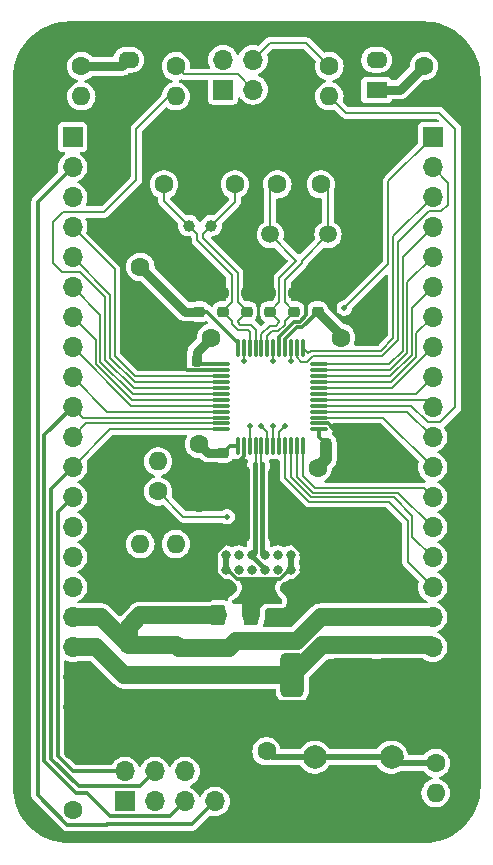
<source format=gbl>
%TF.GenerationSoftware,KiCad,Pcbnew,8.0.6*%
%TF.CreationDate,2024-11-06T22:38:32+08:00*%
%TF.ProjectId,lichuang-gekuo-star-stm32f103c8t6-development-board,6c696368-7561-46e6-972d-67656b756f2d,rev?*%
%TF.SameCoordinates,Original*%
%TF.FileFunction,Copper,L2,Bot*%
%TF.FilePolarity,Positive*%
%FSLAX46Y46*%
G04 Gerber Fmt 4.6, Leading zero omitted, Abs format (unit mm)*
G04 Created by KiCad (PCBNEW 8.0.6) date 2024-11-06 22:38:32*
%MOMM*%
%LPD*%
G01*
G04 APERTURE LIST*
G04 Aperture macros list*
%AMRoundRect*
0 Rectangle with rounded corners*
0 $1 Rounding radius*
0 $2 $3 $4 $5 $6 $7 $8 $9 X,Y pos of 4 corners*
0 Add a 4 corners polygon primitive as box body*
4,1,4,$2,$3,$4,$5,$6,$7,$8,$9,$2,$3,0*
0 Add four circle primitives for the rounded corners*
1,1,$1+$1,$2,$3*
1,1,$1+$1,$4,$5*
1,1,$1+$1,$6,$7*
1,1,$1+$1,$8,$9*
0 Add four rect primitives between the rounded corners*
20,1,$1+$1,$2,$3,$4,$5,0*
20,1,$1+$1,$4,$5,$6,$7,0*
20,1,$1+$1,$6,$7,$8,$9,0*
20,1,$1+$1,$8,$9,$2,$3,0*%
G04 Aperture macros list end*
%TA.AperFunction,ComponentPad*%
%ADD10C,1.600000*%
%TD*%
%TA.AperFunction,ComponentPad*%
%ADD11O,1.600000X1.600000*%
%TD*%
%TA.AperFunction,ComponentPad*%
%ADD12R,1.700000X1.700000*%
%TD*%
%TA.AperFunction,ComponentPad*%
%ADD13O,1.700000X1.700000*%
%TD*%
%TA.AperFunction,ComponentPad*%
%ADD14R,1.800000X1.400000*%
%TD*%
%TA.AperFunction,ComponentPad*%
%ADD15O,1.800000X1.400000*%
%TD*%
%TA.AperFunction,ComponentPad*%
%ADD16C,0.800000*%
%TD*%
%TA.AperFunction,ComponentPad*%
%ADD17O,1.700000X1.200000*%
%TD*%
%TA.AperFunction,ComponentPad*%
%ADD18C,2.000000*%
%TD*%
%TA.AperFunction,ComponentPad*%
%ADD19C,1.500000*%
%TD*%
%TA.AperFunction,ComponentPad*%
%ADD20C,1.000000*%
%TD*%
%TA.AperFunction,ComponentPad*%
%ADD21R,1.000000X1.000000*%
%TD*%
%TA.AperFunction,SMDPad,CuDef*%
%ADD22RoundRect,0.225000X-0.250000X0.225000X-0.250000X-0.225000X0.250000X-0.225000X0.250000X0.225000X0*%
%TD*%
%TA.AperFunction,SMDPad,CuDef*%
%ADD23RoundRect,0.225000X0.250000X-0.225000X0.250000X0.225000X-0.250000X0.225000X-0.250000X-0.225000X0*%
%TD*%
%TA.AperFunction,SMDPad,CuDef*%
%ADD24RoundRect,0.375000X-0.625000X-0.375000X0.625000X-0.375000X0.625000X0.375000X-0.625000X0.375000X0*%
%TD*%
%TA.AperFunction,SMDPad,CuDef*%
%ADD25RoundRect,0.500000X-0.500000X-1.400000X0.500000X-1.400000X0.500000X1.400000X-0.500000X1.400000X0*%
%TD*%
%TA.AperFunction,SMDPad,CuDef*%
%ADD26RoundRect,0.250000X0.375000X0.625000X-0.375000X0.625000X-0.375000X-0.625000X0.375000X-0.625000X0*%
%TD*%
%TA.AperFunction,SMDPad,CuDef*%
%ADD27RoundRect,0.225000X-0.225000X-0.250000X0.225000X-0.250000X0.225000X0.250000X-0.225000X0.250000X0*%
%TD*%
%TA.AperFunction,SMDPad,CuDef*%
%ADD28RoundRect,0.075000X-0.075000X0.662500X-0.075000X-0.662500X0.075000X-0.662500X0.075000X0.662500X0*%
%TD*%
%TA.AperFunction,SMDPad,CuDef*%
%ADD29RoundRect,0.075000X-0.662500X0.075000X-0.662500X-0.075000X0.662500X-0.075000X0.662500X0.075000X0*%
%TD*%
%TA.AperFunction,SMDPad,CuDef*%
%ADD30RoundRect,0.225000X0.225000X0.250000X-0.225000X0.250000X-0.225000X-0.250000X0.225000X-0.250000X0*%
%TD*%
%TA.AperFunction,ViaPad*%
%ADD31C,0.500000*%
%TD*%
%TA.AperFunction,Conductor*%
%ADD32C,1.500000*%
%TD*%
%TA.AperFunction,Conductor*%
%ADD33C,0.300000*%
%TD*%
%TA.AperFunction,Conductor*%
%ADD34C,0.800000*%
%TD*%
%TA.AperFunction,Conductor*%
%ADD35C,1.000000*%
%TD*%
%TA.AperFunction,Conductor*%
%ADD36C,0.500000*%
%TD*%
%TA.AperFunction,Conductor*%
%ADD37C,0.180000*%
%TD*%
%TA.AperFunction,Conductor*%
%ADD38C,0.200000*%
%TD*%
%TA.AperFunction,Conductor*%
%ADD39C,0.438400*%
%TD*%
%TA.AperFunction,Conductor*%
%ADD40C,0.130000*%
%TD*%
G04 APERTURE END LIST*
D10*
%TO.P,C5,1*%
%TO.N,+3.3V*%
X83310000Y-135000000D03*
%TO.P,C5,2*%
%TO.N,GND*%
X83310000Y-130000000D03*
%TD*%
%TO.P,R4,1*%
%TO.N,Net-(LED1-K)*%
X113000000Y-72000000D03*
D11*
%TO.P,R4,2*%
%TO.N,GND*%
X113000000Y-74540000D03*
%TD*%
D10*
%TO.P,R8,1*%
%TO.N,Net-(J3-Pin_4)*%
X105000000Y-72000000D03*
D11*
%TO.P,R8,2*%
%TO.N,/PB2_BOOT1*%
X105000000Y-74540000D03*
%TD*%
D10*
%TO.P,C3,1*%
%TO.N,+3.3V*%
X105000000Y-121000000D03*
%TO.P,C3,2*%
%TO.N,GND*%
X105000000Y-126000000D03*
%TD*%
D12*
%TO.P,J2,1,Pin_1*%
%TO.N,/PA9_USART1_TX*%
X87695000Y-134250000D03*
D13*
%TO.P,J2,2,Pin_2*%
%TO.N,/PA13_SWDIO*%
X87695000Y-131710000D03*
%TO.P,J2,3,Pin_3*%
%TO.N,/PA10_USART1_RX*%
X90235000Y-134250000D03*
%TO.P,J2,4,Pin_4*%
%TO.N,/PA14_SWCLK*%
X90235000Y-131710000D03*
%TO.P,J2,5,Pin_5*%
%TO.N,/PB3_SWO*%
X92775000Y-134250000D03*
%TO.P,J2,6,Pin_6*%
%TO.N,+3.3V*%
X92775000Y-131710000D03*
%TO.P,J2,7,Pin_7*%
%TO.N,/NRST*%
X95315000Y-134250000D03*
%TO.P,J2,8,Pin_8*%
%TO.N,GND*%
X95315000Y-131710000D03*
%TD*%
D10*
%TO.P,R7,1*%
%TO.N,Net-(J3-Pin_3)*%
X92000000Y-72000000D03*
D11*
%TO.P,R7,2*%
%TO.N,/BOOT0*%
X92000000Y-74540000D03*
%TD*%
D10*
%TO.P,C6,1*%
%TO.N,/NRST*%
X99680000Y-130000000D03*
%TO.P,C6,2*%
%TO.N,GND*%
X99680000Y-135000000D03*
%TD*%
%TO.P,C4,1*%
%TO.N,+3.3V*%
X109000000Y-121000000D03*
%TO.P,C4,2*%
%TO.N,GND*%
X109000000Y-126000000D03*
%TD*%
%TO.P,C1,1*%
%TO.N,+5V*%
X88000000Y-121000000D03*
%TO.P,C1,2*%
%TO.N,GND*%
X88000000Y-126000000D03*
%TD*%
%TO.P,R6,1*%
%TO.N,/NRST*%
X114000000Y-131000000D03*
D11*
%TO.P,R6,2*%
%TO.N,+3.3V*%
X114000000Y-133540000D03*
%TD*%
D10*
%TO.P,R1,1*%
%TO.N,Net-(LED2-A)*%
X84000000Y-72000000D03*
D11*
%TO.P,R1,2*%
%TO.N,/PC13*%
X84000000Y-74540000D03*
%TD*%
D10*
%TO.P,R5,1*%
%TO.N,/D+*%
X90500000Y-108000000D03*
D11*
%TO.P,R5,2*%
%TO.N,+3.3V*%
X90500000Y-105460000D03*
%TD*%
D14*
%TO.P,LED2,1,K*%
%TO.N,GND*%
X88000000Y-74000000D03*
D15*
%TO.P,LED2,2,A*%
%TO.N,Net-(LED2-A)*%
X88000000Y-71460000D03*
%TD*%
D16*
%TO.P,J1,A1,GND*%
%TO.N,GND*%
X95150000Y-113375000D03*
%TO.P,J1,A4,VBUS*%
%TO.N,/VBUS*%
X96250000Y-113375000D03*
%TO.P,J1,A5,CC1*%
%TO.N,Net-(J1-CC1)*%
X97350000Y-113375000D03*
%TO.P,J1,A6,D+*%
%TO.N,/D+*%
X98450000Y-113375000D03*
%TO.P,J1,A7,D-*%
%TO.N,/D-*%
X99550000Y-113375000D03*
%TO.P,J1,A8,SBU1*%
%TO.N,unconnected-(J1-SBU1-PadA8)*%
X100650000Y-113375000D03*
%TO.P,J1,A9,VBUS*%
%TO.N,/VBUS*%
X101750000Y-113375000D03*
%TO.P,J1,A12,GND*%
%TO.N,GND*%
X102850000Y-113375000D03*
%TO.P,J1,B1,GND*%
X102850000Y-114625000D03*
%TO.P,J1,B4,VBUS*%
%TO.N,/VBUS*%
X101750000Y-114625000D03*
%TO.P,J1,B5,CC2*%
%TO.N,Net-(J1-CC2)*%
X100650000Y-114625000D03*
%TO.P,J1,B6,D+*%
%TO.N,/D+*%
X99550000Y-114625000D03*
%TO.P,J1,B7,D-*%
%TO.N,/D-*%
X98450000Y-114625000D03*
%TO.P,J1,B8,SBU2*%
%TO.N,unconnected-(J1-SBU2-PadB8)*%
X97350000Y-114625000D03*
%TO.P,J1,B9,VBUS*%
%TO.N,/VBUS*%
X96250000Y-114625000D03*
%TO.P,J1,B12,GND*%
%TO.N,GND*%
X95150000Y-114625000D03*
D17*
%TO.P,J1,S1,SHIELD*%
X96330000Y-111850000D03*
X96330000Y-116150000D03*
X101670000Y-111850000D03*
X101670000Y-116150000D03*
%TD*%
D12*
%TO.P,J4,1,Pin_1*%
%TO.N,/PA0*%
X113740410Y-78000000D03*
D13*
%TO.P,J4,2,Pin_2*%
%TO.N,/PA1*%
X113740410Y-80540000D03*
%TO.P,J4,3,Pin_3*%
%TO.N,/PA2*%
X113740410Y-83080000D03*
%TO.P,J4,4,Pin_4*%
%TO.N,/PA3*%
X113740410Y-85620000D03*
%TO.P,J4,5,Pin_5*%
%TO.N,/PA4*%
X113740410Y-88160000D03*
%TO.P,J4,6,Pin_6*%
%TO.N,/PA5*%
X113740410Y-90700000D03*
%TO.P,J4,7,Pin_7*%
%TO.N,/PA6*%
X113740410Y-93240000D03*
%TO.P,J4,8,Pin_8*%
%TO.N,/PA7*%
X113740410Y-95780000D03*
%TO.P,J4,9,Pin_9*%
%TO.N,/PB0*%
X113740410Y-98320000D03*
%TO.P,J4,10,Pin_10*%
%TO.N,/PB1*%
X113740410Y-100860000D03*
%TO.P,J4,11,Pin_11*%
%TO.N,/PB10*%
X113740410Y-103400000D03*
%TO.P,J4,12,Pin_12*%
%TO.N,/PB11*%
X113740410Y-105940000D03*
%TO.P,J4,13,Pin_13*%
%TO.N,/PB12*%
X113740410Y-108480000D03*
%TO.P,J4,14,Pin_14*%
%TO.N,/PB13*%
X113740410Y-111020000D03*
%TO.P,J4,15,Pin_15*%
%TO.N,/PB14*%
X113740410Y-113560000D03*
%TO.P,J4,16,Pin_16*%
%TO.N,/PB15*%
X113740410Y-116100000D03*
%TO.P,J4,17,Pin_17*%
%TO.N,+5V*%
X113740410Y-118640000D03*
%TO.P,J4,18,Pin_18*%
%TO.N,+3.3V*%
X113740410Y-121180000D03*
%TO.P,J4,19,Pin_19*%
%TO.N,GND*%
X113740410Y-123720000D03*
%TO.P,J4,20,Pin_20*%
X113740410Y-126260000D03*
%TD*%
D10*
%TO.P,C11,1*%
%TO.N,/OSC+*%
X100600000Y-82000000D03*
%TO.P,C11,2*%
%TO.N,GND*%
X100600000Y-77000000D03*
%TD*%
D18*
%TO.P,SW1,1*%
%TO.N,GND*%
X110265000Y-135000000D03*
X103765000Y-135000000D03*
%TO.P,SW1,2*%
%TO.N,/NRST*%
X110265000Y-130500000D03*
X103765000Y-130500000D03*
%TD*%
D12*
%TO.P,J3,1,Pin_1*%
%TO.N,+3.3V*%
X96000000Y-74000000D03*
D13*
%TO.P,J3,2,Pin_2*%
X96000000Y-71460000D03*
%TO.P,J3,3,Pin_3*%
%TO.N,Net-(J3-Pin_3)*%
X98540000Y-74000000D03*
%TO.P,J3,4,Pin_4*%
%TO.N,Net-(J3-Pin_4)*%
X98540000Y-71460000D03*
%TO.P,J3,5,Pin_5*%
%TO.N,GND*%
X101080000Y-74000000D03*
%TO.P,J3,6,Pin_6*%
X101080000Y-71460000D03*
%TD*%
D10*
%TO.P,C15,1*%
%TO.N,+BATT*%
X89000000Y-89000000D03*
%TO.P,C15,2*%
%TO.N,GND*%
X94000000Y-89000000D03*
%TD*%
D12*
%TO.P,J5,1,Pin_1*%
%TO.N,+BATT*%
X83259590Y-78000000D03*
D13*
%TO.P,J5,2,Pin_2*%
%TO.N,/NRST*%
X83259590Y-80540000D03*
%TO.P,J5,3,Pin_3*%
%TO.N,/PC13*%
X83259590Y-83080000D03*
%TO.P,J5,4,Pin_4*%
%TO.N,/PB9*%
X83259590Y-85620000D03*
%TO.P,J5,5,Pin_5*%
%TO.N,/PB8*%
X83259590Y-88160000D03*
%TO.P,J5,6,Pin_6*%
%TO.N,/PB7*%
X83259590Y-90700000D03*
%TO.P,J5,7,Pin_7*%
%TO.N,/PB6*%
X83259590Y-93240000D03*
%TO.P,J5,8,Pin_8*%
%TO.N,/PB5*%
X83259590Y-95780000D03*
%TO.P,J5,9,Pin_9*%
%TO.N,/PB4*%
X83259590Y-98320000D03*
%TO.P,J5,10,Pin_10*%
%TO.N,/PB3_SWO*%
X83259590Y-100860000D03*
%TO.P,J5,11,Pin_11*%
%TO.N,/PA15*%
X83259590Y-103400000D03*
%TO.P,J5,12,Pin_12*%
%TO.N,/PA14_SWCLK*%
X83259590Y-105940000D03*
%TO.P,J5,13,Pin_13*%
%TO.N,/PA13_SWDIO*%
X83259590Y-108480000D03*
%TO.P,J5,14,Pin_14*%
%TO.N,/PA10_USART1_RX*%
X83259590Y-111020000D03*
%TO.P,J5,15,Pin_15*%
%TO.N,/PA9_USART1_TX*%
X83259590Y-113560000D03*
%TO.P,J5,16,Pin_16*%
%TO.N,/PA8*%
X83259590Y-116100000D03*
%TO.P,J5,17,Pin_17*%
%TO.N,+5V*%
X83259590Y-118640000D03*
%TO.P,J5,18,Pin_18*%
%TO.N,+3.3V*%
X83259590Y-121180000D03*
%TO.P,J5,19,Pin_19*%
%TO.N,GND*%
X83259590Y-123720000D03*
%TO.P,J5,20,Pin_20*%
X83259590Y-126260000D03*
%TD*%
D10*
%TO.P,C12,1*%
%TO.N,/OSC-*%
X104280000Y-82000000D03*
%TO.P,C12,2*%
%TO.N,GND*%
X104280000Y-77000000D03*
%TD*%
%TO.P,C2,1*%
%TO.N,+5V*%
X92000000Y-121000000D03*
%TO.P,C2,2*%
%TO.N,GND*%
X92000000Y-126000000D03*
%TD*%
%TO.P,C7,1*%
%TO.N,/OSC32+*%
X91000000Y-82000000D03*
%TO.P,C7,2*%
%TO.N,GND*%
X91000000Y-77000000D03*
%TD*%
%TO.P,R3,1*%
%TO.N,GND*%
X92000000Y-115000000D03*
D11*
%TO.P,R3,2*%
%TO.N,Net-(J1-CC2)*%
X92000000Y-112460000D03*
%TD*%
D10*
%TO.P,C17,1*%
%TO.N,+3.3V*%
X94000000Y-104000000D03*
%TO.P,C17,2*%
%TO.N,GND*%
X94000000Y-109000000D03*
%TD*%
%TO.P,C19,1*%
%TO.N,+3.3V*%
X106000000Y-95000000D03*
%TO.P,C19,2*%
%TO.N,GND*%
X106000000Y-90000000D03*
%TD*%
%TO.P,R2,1*%
%TO.N,GND*%
X89000000Y-115000000D03*
D11*
%TO.P,R2,2*%
%TO.N,Net-(J1-CC1)*%
X89000000Y-112460000D03*
%TD*%
D14*
%TO.P,LED1,1,K*%
%TO.N,Net-(LED1-K)*%
X109000000Y-74000000D03*
D15*
%TO.P,LED1,2,A*%
%TO.N,+3.3V*%
X109000000Y-71460000D03*
%TD*%
D10*
%TO.P,C8,1*%
%TO.N,/OSC32-*%
X97000000Y-82000000D03*
%TO.P,C8,2*%
%TO.N,GND*%
X97000000Y-77000000D03*
%TD*%
%TO.P,C18,1*%
%TO.N,+3.3V*%
X95000000Y-95000000D03*
%TO.P,C18,2*%
%TO.N,GND*%
X90000000Y-95000000D03*
%TD*%
D19*
%TO.P,X2,1,1*%
%TO.N,/OSC+*%
X100000000Y-86250000D03*
%TO.P,X2,2,2*%
%TO.N,GND*%
X102440000Y-86250000D03*
%TO.P,X2,3,3*%
%TO.N,/OSC-*%
X104880000Y-86250000D03*
%TD*%
D20*
%TO.P,X1,1,1*%
%TO.N,/OSC32-*%
X95000000Y-85500000D03*
%TO.P,X1,2,2*%
%TO.N,/OSC32+*%
X93100000Y-85500000D03*
D21*
%TO.P,X1,3,3*%
%TO.N,GND*%
X95550000Y-80000000D03*
X92550000Y-80000000D03*
%TD*%
D10*
%TO.P,C16,1*%
%TO.N,+3.3V*%
X104000000Y-106000000D03*
%TO.P,C16,2*%
%TO.N,GND*%
X109000000Y-106000000D03*
%TD*%
D22*
%TO.P,C20,1*%
%TO.N,+3.3V*%
X96000000Y-104725000D03*
%TO.P,C20,2*%
%TO.N,GND*%
X96000000Y-106275000D03*
%TD*%
D23*
%TO.P,C24,1*%
%TO.N,+BATT*%
X94000000Y-92775000D03*
%TO.P,C24,2*%
%TO.N,GND*%
X94000000Y-91225000D03*
%TD*%
%TO.P,C22,1*%
%TO.N,+3.3V*%
X104000000Y-92775000D03*
%TO.P,C22,2*%
%TO.N,GND*%
X104000000Y-91225000D03*
%TD*%
D24*
%TO.P,U1,1,GND*%
%TO.N,GND*%
X95570000Y-125850000D03*
%TO.P,U1,2,VO*%
%TO.N,+3.3V*%
X95570000Y-123550000D03*
D25*
X101870000Y-123550000D03*
D24*
%TO.P,U1,3,VI*%
%TO.N,+5V*%
X95570000Y-121250000D03*
%TD*%
D26*
%TO.P,F1,1*%
%TO.N,/VBUS*%
X98400000Y-118500000D03*
%TO.P,F1,2*%
%TO.N,+5V*%
X95600000Y-118500000D03*
%TD*%
D23*
%TO.P,C9,1*%
%TO.N,/OSC32+*%
X96000000Y-92775000D03*
%TO.P,C9,2*%
%TO.N,GND*%
X96000000Y-91225000D03*
%TD*%
%TO.P,C13,1*%
%TO.N,/OSC+*%
X100000000Y-92775000D03*
%TO.P,C13,2*%
%TO.N,GND*%
X100000000Y-91225000D03*
%TD*%
D27*
%TO.P,C23,1*%
%TO.N,+3.3V*%
X104725000Y-104000000D03*
%TO.P,C23,2*%
%TO.N,GND*%
X106275000Y-104000000D03*
%TD*%
D28*
%TO.P,U2,1,VBAT*%
%TO.N,+BATT*%
X97250000Y-95837500D03*
%TO.P,U2,2,PC13*%
%TO.N,/PC13*%
X97750000Y-95837500D03*
%TO.P,U2,3,PC14*%
%TO.N,/OSC32+*%
X98250000Y-95837500D03*
%TO.P,U2,4,PC15*%
%TO.N,/OSC32-*%
X98750000Y-95837500D03*
%TO.P,U2,5,PD0*%
%TO.N,/OSC+*%
X99250000Y-95837500D03*
%TO.P,U2,6,PD1*%
%TO.N,/OSC-*%
X99750000Y-95837500D03*
%TO.P,U2,7,NRST*%
%TO.N,/NRST*%
X100250000Y-95837500D03*
%TO.P,U2,8,VSSA*%
%TO.N,GND*%
X100750000Y-95837500D03*
%TO.P,U2,9,VDDA*%
%TO.N,+3.3V*%
X101250000Y-95837500D03*
%TO.P,U2,10,PA0*%
%TO.N,/PA0*%
X101750000Y-95837500D03*
%TO.P,U2,11,PA1*%
%TO.N,/PA1*%
X102250000Y-95837500D03*
%TO.P,U2,12,PA2*%
%TO.N,/PA2*%
X102750000Y-95837500D03*
D29*
%TO.P,U2,13,PA3*%
%TO.N,/PA3*%
X104162500Y-97250000D03*
%TO.P,U2,14,PA4*%
%TO.N,/PA4*%
X104162500Y-97750000D03*
%TO.P,U2,15,PA5*%
%TO.N,/PA5*%
X104162500Y-98250000D03*
%TO.P,U2,16,PA6*%
%TO.N,/PA6*%
X104162500Y-98750000D03*
%TO.P,U2,17,PA7*%
%TO.N,/PA7*%
X104162500Y-99250000D03*
%TO.P,U2,18,PB0*%
%TO.N,/PB0*%
X104162500Y-99750000D03*
%TO.P,U2,19,PB1*%
%TO.N,/PB1*%
X104162500Y-100250000D03*
%TO.P,U2,20,PB2*%
%TO.N,/PB2_BOOT1*%
X104162500Y-100750000D03*
%TO.P,U2,21,PB10*%
%TO.N,/PB10*%
X104162500Y-101250000D03*
%TO.P,U2,22,PB11*%
%TO.N,/PB11*%
X104162500Y-101750000D03*
%TO.P,U2,23,VSS*%
%TO.N,GND*%
X104162500Y-102250000D03*
%TO.P,U2,24,VDD*%
%TO.N,+3.3V*%
X104162500Y-102750000D03*
D28*
%TO.P,U2,25,PB12*%
%TO.N,/PB12*%
X102750000Y-104162500D03*
%TO.P,U2,26,PB13*%
%TO.N,/PB13*%
X102250000Y-104162500D03*
%TO.P,U2,27,PB14*%
%TO.N,/PB14*%
X101750000Y-104162500D03*
%TO.P,U2,28,PB15*%
%TO.N,/PB15*%
X101250000Y-104162500D03*
%TO.P,U2,29,PA8*%
%TO.N,/PA8*%
X100750000Y-104162500D03*
%TO.P,U2,30,PA9*%
%TO.N,/PA9_USART1_TX*%
X100250000Y-104162500D03*
%TO.P,U2,31,PA10*%
%TO.N,/PA10_USART1_RX*%
X99750000Y-104162500D03*
%TO.P,U2,32,PA11*%
%TO.N,/D-*%
X99250000Y-104162500D03*
%TO.P,U2,33,PA12*%
%TO.N,/D+*%
X98750000Y-104162500D03*
%TO.P,U2,34,PA13*%
%TO.N,/PA13_SWDIO*%
X98250000Y-104162500D03*
%TO.P,U2,35,VSS*%
%TO.N,GND*%
X97750000Y-104162500D03*
%TO.P,U2,36,VDD*%
%TO.N,+3.3V*%
X97250000Y-104162500D03*
D29*
%TO.P,U2,37,PA14*%
%TO.N,/PA14_SWCLK*%
X95837500Y-102750000D03*
%TO.P,U2,38,PA15*%
%TO.N,/PA15*%
X95837500Y-102250000D03*
%TO.P,U2,39,PB3*%
%TO.N,/PB3_SWO*%
X95837500Y-101750000D03*
%TO.P,U2,40,PB4*%
%TO.N,/PB4*%
X95837500Y-101250000D03*
%TO.P,U2,41,PB5*%
%TO.N,/PB5*%
X95837500Y-100750000D03*
%TO.P,U2,42,PB6*%
%TO.N,/PB6*%
X95837500Y-100250000D03*
%TO.P,U2,43,PB7*%
%TO.N,/PB7*%
X95837500Y-99750000D03*
%TO.P,U2,44,BOOT0*%
%TO.N,/BOOT0*%
X95837500Y-99250000D03*
%TO.P,U2,45,PB8*%
%TO.N,/PB8*%
X95837500Y-98750000D03*
%TO.P,U2,46,PB9*%
%TO.N,/PB9*%
X95837500Y-98250000D03*
%TO.P,U2,47,VSS*%
%TO.N,GND*%
X95837500Y-97750000D03*
%TO.P,U2,48,VDD*%
%TO.N,+3.3V*%
X95837500Y-97250000D03*
%TD*%
D23*
%TO.P,C14,1*%
%TO.N,/OSC-*%
X102000000Y-92775000D03*
%TO.P,C14,2*%
%TO.N,GND*%
X102000000Y-91225000D03*
%TD*%
%TO.P,C10,1*%
%TO.N,/OSC32-*%
X98000000Y-92775000D03*
%TO.P,C10,2*%
%TO.N,GND*%
X98000000Y-91225000D03*
%TD*%
D30*
%TO.P,C21,1*%
%TO.N,+3.3V*%
X93775000Y-97000000D03*
%TO.P,C21,2*%
%TO.N,GND*%
X92225000Y-97000000D03*
%TD*%
D31*
%TO.N,GND*%
X97856800Y-106220000D03*
X100143200Y-106330000D03*
%TO.N,/NRST*%
X100250000Y-97000000D03*
%TO.N,/VBUS*%
X98000000Y-117000000D03*
X98000000Y-116000000D03*
X99000000Y-116000000D03*
X99000000Y-117000000D03*
%TO.N,/D+*%
X96340000Y-110150000D03*
%TO.N,/PA13_SWDIO*%
X98250000Y-102500000D03*
%TO.N,/PA10_USART1_RX*%
X99250000Y-102500000D03*
%TO.N,/PA9_USART1_TX*%
X100250000Y-102500000D03*
%TO.N,/PA0*%
X101750000Y-97000000D03*
X106265000Y-92485000D03*
%TO.N,/PC13*%
X97750000Y-97000000D03*
%TO.N,/PA8*%
X101250000Y-102500000D03*
%TD*%
D32*
%TO.N,+5V*%
X96500000Y-121250000D02*
X97110000Y-120640000D01*
X85640000Y-118640000D02*
X88000000Y-121000000D01*
X92000000Y-121000000D02*
X88000000Y-121000000D01*
X95570000Y-121250000D02*
X96500000Y-121250000D01*
X95570000Y-121250000D02*
X92250000Y-121250000D01*
X92250000Y-121250000D02*
X92000000Y-121000000D01*
X88000000Y-119490000D02*
X88000000Y-121000000D01*
X83259590Y-118640000D02*
X85640000Y-118640000D01*
X104280000Y-118640000D02*
X113740410Y-118640000D01*
X95600000Y-118500000D02*
X88990000Y-118500000D01*
X102280000Y-120640000D02*
X104280000Y-118640000D01*
X97110000Y-120640000D02*
X102280000Y-120640000D01*
X88990000Y-118500000D02*
X88000000Y-119490000D01*
D33*
%TO.N,GND*%
X100750000Y-94900000D02*
X100750000Y-95837500D01*
D32*
X92000000Y-115000000D02*
X93178577Y-116178577D01*
X89000000Y-115000000D02*
X92000000Y-115000000D01*
X101080000Y-76520000D02*
X100600000Y-77000000D01*
D34*
X101670000Y-111850000D02*
X100143200Y-111850000D01*
D32*
X92150000Y-125850000D02*
X92000000Y-126000000D01*
X99680000Y-135000000D02*
X103765000Y-135000000D01*
X113740410Y-123720000D02*
X113740410Y-126260000D01*
X113480410Y-126000000D02*
X113740410Y-126260000D01*
D34*
X100143200Y-111850000D02*
X100143200Y-106330000D01*
D33*
X95837500Y-97750000D02*
X95832500Y-97755000D01*
D32*
X88000000Y-126000000D02*
X83519590Y-126000000D01*
X101080000Y-74000000D02*
X101080000Y-71460000D01*
X95570000Y-125850000D02*
X96180000Y-126460000D01*
D34*
X90000000Y-95000000D02*
X90225000Y-95000000D01*
X95150000Y-113030000D02*
X96330000Y-111850000D01*
D33*
X97750000Y-105000000D02*
X96475000Y-106275000D01*
X103060000Y-91225000D02*
X103060000Y-93060000D01*
D32*
X93178577Y-116178577D02*
X96301423Y-116178577D01*
X95570000Y-131455000D02*
X95315000Y-131710000D01*
D33*
X104904124Y-102250000D02*
X106275000Y-103620876D01*
X96475000Y-106275000D02*
X96000000Y-106275000D01*
D34*
X96330000Y-111850000D02*
X97800000Y-111850000D01*
X95150000Y-114970000D02*
X96330000Y-116150000D01*
D35*
X96000000Y-107000000D02*
X94000000Y-109000000D01*
D34*
X104000000Y-91225000D02*
X104775000Y-91225000D01*
D32*
X101080000Y-74000000D02*
X101080000Y-76520000D01*
D34*
X97856800Y-111843200D02*
X97856800Y-106220000D01*
X97800000Y-111850000D02*
X97800000Y-111843200D01*
D32*
X96180000Y-126460000D02*
X104540000Y-126460000D01*
D34*
X102850000Y-113030000D02*
X101670000Y-111850000D01*
D32*
X109000000Y-126000000D02*
X113480410Y-126000000D01*
D33*
X104162500Y-102250000D02*
X104904124Y-102250000D01*
X92980000Y-97755000D02*
X92225000Y-97000000D01*
D36*
X103060000Y-91225000D02*
X102000000Y-91225000D01*
D33*
X95832500Y-97755000D02*
X92980000Y-97755000D01*
D32*
X96390000Y-131710000D02*
X99680000Y-135000000D01*
X91000000Y-77000000D02*
X104280000Y-77000000D01*
X95570000Y-125850000D02*
X92150000Y-125850000D01*
D34*
X95150000Y-113375000D02*
X95150000Y-113030000D01*
D32*
X110265000Y-135000000D02*
X103765000Y-135000000D01*
D36*
X104000000Y-91225000D02*
X103060000Y-91225000D01*
D32*
X83519590Y-126000000D02*
X83259590Y-126260000D01*
D33*
X102030000Y-93620000D02*
X100750000Y-94900000D01*
D32*
X95550000Y-78450000D02*
X97000000Y-77000000D01*
D33*
X103060000Y-93060000D02*
X102500000Y-93620000D01*
D36*
X98000000Y-91225000D02*
X100000000Y-91225000D01*
D34*
X102850000Y-113375000D02*
X102850000Y-114970000D01*
D32*
X83259590Y-123720000D02*
X83259590Y-126260000D01*
D34*
X90225000Y-95000000D02*
X92225000Y-97000000D01*
D33*
X97750000Y-104162500D02*
X97750000Y-105000000D01*
D32*
X83259590Y-129949590D02*
X83310000Y-130000000D01*
X95570000Y-125850000D02*
X95570000Y-131455000D01*
D33*
X102500000Y-93620000D02*
X102030000Y-93620000D01*
D36*
X94000000Y-91225000D02*
X96000000Y-91225000D01*
D32*
X92550000Y-78550000D02*
X91000000Y-77000000D01*
D35*
X108275000Y-106000000D02*
X106275000Y-104000000D01*
D34*
X104775000Y-91225000D02*
X106000000Y-90000000D01*
D32*
X104540000Y-126460000D02*
X105000000Y-126000000D01*
X105000000Y-126000000D02*
X109000000Y-126000000D01*
X95315000Y-131710000D02*
X96390000Y-131710000D01*
D34*
X95150000Y-113375000D02*
X95150000Y-114970000D01*
D35*
X96000000Y-106275000D02*
X96000000Y-107000000D01*
X109000000Y-106000000D02*
X108275000Y-106000000D01*
D33*
X106275000Y-103620876D02*
X106275000Y-104000000D01*
D32*
X92550000Y-80000000D02*
X92550000Y-78550000D01*
D34*
X94000000Y-89000000D02*
X94000000Y-91225000D01*
X102850000Y-113375000D02*
X102850000Y-113030000D01*
D32*
X83259590Y-126260000D02*
X83259590Y-129949590D01*
X95550000Y-80000000D02*
X95550000Y-78450000D01*
D34*
X102850000Y-114970000D02*
X101670000Y-116150000D01*
D32*
X92000000Y-126000000D02*
X88000000Y-126000000D01*
%TO.N,+3.3V*%
X85280000Y-121180000D02*
X83259590Y-121180000D01*
X105000000Y-121000000D02*
X104420000Y-121000000D01*
X95570000Y-123550000D02*
X101870000Y-123550000D01*
D33*
X94025000Y-97250000D02*
X93775000Y-97000000D01*
D34*
X106000000Y-95000000D02*
X106000000Y-94775000D01*
D32*
X87650000Y-123550000D02*
X85280000Y-121180000D01*
D34*
X96000000Y-104725000D02*
X94725000Y-104725000D01*
D33*
X95837500Y-97250000D02*
X94025000Y-97250000D01*
D32*
X95570000Y-123550000D02*
X87650000Y-123550000D01*
X113560410Y-121000000D02*
X113740410Y-121180000D01*
D34*
X93775000Y-97000000D02*
X93775000Y-96225000D01*
D33*
X104162500Y-102750000D02*
X104162500Y-103437500D01*
X102725000Y-94050000D02*
X102260000Y-94050000D01*
D34*
X93775000Y-96225000D02*
X95000000Y-95000000D01*
D33*
X101250000Y-95060000D02*
X101250000Y-95837500D01*
D34*
X94725000Y-104725000D02*
X94000000Y-104000000D01*
D33*
X96562500Y-104162500D02*
X96000000Y-104725000D01*
X104000000Y-92775000D02*
X102725000Y-94050000D01*
D35*
X104725000Y-105275000D02*
X104000000Y-106000000D01*
X104725000Y-104000000D02*
X104725000Y-105275000D01*
D33*
X104162500Y-103437500D02*
X104725000Y-104000000D01*
X97250000Y-104162500D02*
X96562500Y-104162500D01*
D32*
X105000000Y-121000000D02*
X109000000Y-121000000D01*
X109000000Y-121000000D02*
X113560410Y-121000000D01*
X104420000Y-121000000D02*
X101870000Y-123550000D01*
D34*
X106000000Y-94775000D02*
X104000000Y-92775000D01*
D33*
X102260000Y-94050000D02*
X101250000Y-95060000D01*
D36*
%TO.N,/NRST*%
X114000000Y-131000000D02*
X110830000Y-131000000D01*
D33*
X95315000Y-134250000D02*
X93395000Y-136170000D01*
X82808801Y-136210000D02*
X80319590Y-133720789D01*
D36*
X100180000Y-130500000D02*
X99680000Y-130000000D01*
D33*
X93395000Y-136170000D02*
X86191199Y-136170000D01*
D36*
X103765000Y-130500000D02*
X100180000Y-130500000D01*
D33*
X80319590Y-83480000D02*
X83259590Y-80540000D01*
X86151199Y-136210000D02*
X82808801Y-136210000D01*
X86191199Y-136170000D02*
X86151199Y-136210000D01*
D36*
X103765000Y-130500000D02*
X110265000Y-130500000D01*
D33*
X80319590Y-133720789D02*
X80319590Y-83480000D01*
D37*
X100250000Y-95837500D02*
X100250000Y-97000000D01*
D36*
X110830000Y-131000000D02*
X110250000Y-130420000D01*
D38*
%TO.N,/OSC32+*%
X96000000Y-92775000D02*
X96000000Y-92800000D01*
X98274999Y-95064608D02*
X98274999Y-95812501D01*
X98323223Y-94507922D02*
X98323223Y-95016384D01*
X93835000Y-86743200D02*
X96775000Y-89683200D01*
X93835000Y-86510000D02*
X93835000Y-86743200D01*
X96775000Y-93575000D02*
X96775000Y-93850927D01*
X98323223Y-95016384D02*
X98274999Y-95064608D01*
D37*
X91000000Y-83400000D02*
X93100000Y-85500000D01*
D38*
X96775000Y-91975000D02*
X96000000Y-92750000D01*
X96775000Y-93850927D02*
X97257038Y-94332965D01*
D37*
X93100000Y-85500000D02*
X93835000Y-86235000D01*
D38*
X96000000Y-92800000D02*
X96775000Y-93575000D01*
X97257038Y-94332965D02*
X98148266Y-94332965D01*
X98274999Y-95812501D02*
X98250000Y-95837500D01*
X96775000Y-89683200D02*
X96775000Y-91975000D01*
D37*
X91000000Y-82000000D02*
X91000000Y-83400000D01*
D38*
X98148266Y-94332965D02*
X98323223Y-94507922D01*
D37*
X93835000Y-86235000D02*
X93835000Y-86510000D01*
D38*
X96000000Y-92750000D02*
X96000000Y-92775000D01*
%TO.N,/OSC32-*%
X98000000Y-92800000D02*
X97225000Y-93575000D01*
X97225000Y-91975000D02*
X98000000Y-92750000D01*
X97225000Y-89496800D02*
X97225000Y-91975000D01*
X98725001Y-95236812D02*
X98725001Y-95812501D01*
X98000000Y-92775000D02*
X98000000Y-92800000D01*
D37*
X97000000Y-82000000D02*
X97000000Y-83500000D01*
X94265000Y-86235000D02*
X94265000Y-86510000D01*
X97000000Y-83500000D02*
X95000000Y-85500000D01*
D38*
X97443438Y-93882965D02*
X98334666Y-93882965D01*
X98725001Y-95812501D02*
X98750000Y-95837500D01*
X94265000Y-86510000D02*
X94265000Y-86536800D01*
X98773223Y-94321522D02*
X98773223Y-95188590D01*
X98773223Y-95188590D02*
X98725001Y-95236812D01*
X97225000Y-93575000D02*
X97225000Y-93664527D01*
X97225000Y-93664527D02*
X97443438Y-93882965D01*
X98000000Y-92750000D02*
X98000000Y-92775000D01*
X94265000Y-86536800D02*
X97225000Y-89496800D01*
X98334666Y-93882965D02*
X98773223Y-94321522D01*
D37*
X95000000Y-85500000D02*
X94265000Y-86235000D01*
D38*
%TO.N,/OSC+*%
X100000000Y-92800000D02*
X100775000Y-93575000D01*
X100000000Y-92775000D02*
X100000000Y-92800000D01*
X99275000Y-95225000D02*
X99250000Y-95250000D01*
X100775000Y-93575000D02*
X100775000Y-93692311D01*
X100000000Y-86250000D02*
X100000000Y-82600000D01*
X100775000Y-93692311D02*
X100469062Y-93998249D01*
X99934467Y-93998249D02*
X99250000Y-94682716D01*
X100775000Y-89926800D02*
X102214999Y-88486801D01*
X100000000Y-92775000D02*
X100775000Y-92000000D01*
X102214999Y-88486801D02*
X102214999Y-88464999D01*
X100469062Y-93998249D02*
X99934467Y-93998249D01*
X102214999Y-88464999D02*
X100000000Y-86250000D01*
X100000000Y-82600000D02*
X100600000Y-82000000D01*
X100775000Y-92000000D02*
X100775000Y-89926800D01*
X99250000Y-94682716D02*
X99250000Y-95837500D01*
X99250000Y-95250000D02*
X99250000Y-95837500D01*
%TO.N,/OSC-*%
X101225000Y-90113200D02*
X102665001Y-88673199D01*
X100120867Y-94448249D02*
X99750000Y-94819116D01*
X102665001Y-88673199D02*
X102665001Y-88464999D01*
X100655462Y-94448249D02*
X100120867Y-94448249D01*
X104880000Y-82600000D02*
X104280000Y-82000000D01*
X101225000Y-93878711D02*
X100655462Y-94448249D01*
X101225000Y-92000000D02*
X101225000Y-90113200D01*
X102000000Y-92775000D02*
X101225000Y-92000000D01*
X99750000Y-94819116D02*
X99750000Y-95837500D01*
X99725000Y-95225000D02*
X99750000Y-95250000D01*
X102000000Y-92800000D02*
X101225000Y-93575000D01*
X102665001Y-88464999D02*
X104880000Y-86250000D01*
X102000000Y-92775000D02*
X102000000Y-92800000D01*
X104880000Y-86250000D02*
X104880000Y-82600000D01*
X99750000Y-95250000D02*
X99750000Y-95837500D01*
X101225000Y-93575000D02*
X101225000Y-93878711D01*
D34*
%TO.N,+BATT*%
X92775000Y-92775000D02*
X89000000Y-89000000D01*
D33*
X97250000Y-95410000D02*
X94615000Y-92775000D01*
D34*
X94000000Y-92775000D02*
X92775000Y-92775000D01*
D33*
X94615000Y-92775000D02*
X94000000Y-92775000D01*
X97250000Y-95837500D02*
X97250000Y-95410000D01*
D32*
%TO.N,/VBUS*%
X98400000Y-118500000D02*
X98400000Y-117600000D01*
D33*
X99000000Y-117000000D02*
X99000000Y-115398200D01*
X98980000Y-115378200D02*
X100858466Y-115378200D01*
X99000000Y-115398200D02*
X98980000Y-115378200D01*
X100858466Y-115378200D02*
X101611666Y-114625000D01*
D36*
X96250000Y-113375000D02*
X96250000Y-114625000D01*
D33*
X96388334Y-114625000D02*
X97141534Y-115378200D01*
X101611666Y-114625000D02*
X101750000Y-114625000D01*
D36*
X101750000Y-113375000D02*
X101750000Y-114625000D01*
D32*
X98400000Y-117600000D02*
X99000000Y-117000000D01*
D33*
X96250000Y-114625000D02*
X96388334Y-114625000D01*
X97141534Y-115378200D02*
X98980000Y-115378200D01*
D37*
%TO.N,/D-*%
X99250000Y-105599200D02*
X99320800Y-105670000D01*
D39*
X99550000Y-113375000D02*
X99320800Y-113145800D01*
X99320800Y-113145800D02*
X99320800Y-105670000D01*
D37*
X99250000Y-104162500D02*
X99250000Y-105599200D01*
D39*
%TO.N,/D+*%
X98679200Y-113145800D02*
X98679200Y-105670000D01*
D37*
X92650000Y-110150000D02*
X96340000Y-110150000D01*
D39*
X99550000Y-114538050D02*
X99550000Y-114625000D01*
D37*
X98750000Y-105599200D02*
X98679200Y-105670000D01*
D39*
X98450000Y-113375000D02*
X98679200Y-113145800D01*
X98450000Y-113375000D02*
X98450000Y-113438050D01*
D37*
X98750000Y-104162500D02*
X98750000Y-105599200D01*
D39*
X98450000Y-113438050D02*
X99550000Y-114538050D01*
D37*
X90500000Y-108000000D02*
X92650000Y-110150000D01*
D40*
%TO.N,/PB3_SWO*%
X95837500Y-101750000D02*
X84149590Y-101750000D01*
D33*
X92775000Y-134250000D02*
X91515000Y-135510000D01*
X84455000Y-133530000D02*
X83544881Y-133530000D01*
X83544881Y-133530000D02*
X80879590Y-130864709D01*
X86435000Y-135510000D02*
X84455000Y-133530000D01*
X91515000Y-135510000D02*
X86435000Y-135510000D01*
X80879590Y-130864709D02*
X80879590Y-103240000D01*
X80879590Y-103240000D02*
X83259590Y-100860000D01*
D40*
X84149590Y-101750000D02*
X83259590Y-100860000D01*
D33*
%TO.N,/PA13_SWDIO*%
X81999590Y-109740000D02*
X83259590Y-108480000D01*
X81999590Y-130400789D02*
X81999590Y-109740000D01*
D37*
X98250000Y-102500000D02*
X98250000Y-104162500D01*
D33*
X83308801Y-131710000D02*
X81999590Y-130400789D01*
X87695000Y-131710000D02*
X83308801Y-131710000D01*
D37*
%TO.N,/PA10_USART1_RX*%
X99750000Y-103000000D02*
X99750000Y-104162500D01*
X99250000Y-102500000D02*
X99750000Y-103000000D01*
%TO.N,/PA9_USART1_TX*%
X100250000Y-102500000D02*
X100250000Y-104162500D01*
D33*
%TO.N,/PA14_SWCLK*%
X81439590Y-107760000D02*
X83259590Y-105940000D01*
X83776841Y-132970000D02*
X81439590Y-130632749D01*
X90235000Y-131710000D02*
X88975000Y-132970000D01*
D40*
X86449590Y-102750000D02*
X83259590Y-105940000D01*
D33*
X88975000Y-132970000D02*
X83776841Y-132970000D01*
D40*
X95837500Y-102750000D02*
X86449590Y-102750000D01*
D33*
X81439590Y-130632749D02*
X81439590Y-107760000D01*
D37*
%TO.N,Net-(J3-Pin_4)*%
X103050000Y-70050000D02*
X105000000Y-72000000D01*
X98540000Y-71460000D02*
X99950000Y-70050000D01*
X99950000Y-70050000D02*
X103050000Y-70050000D01*
D40*
%TO.N,Net-(J3-Pin_3)*%
X97230000Y-72690000D02*
X98540000Y-74000000D01*
X92690000Y-72690000D02*
X97230000Y-72690000D01*
X92000000Y-72000000D02*
X92690000Y-72690000D01*
%TO.N,/PA7*%
X110270410Y-99250000D02*
X113740410Y-95780000D01*
X104162500Y-99250000D02*
X110270410Y-99250000D01*
%TO.N,/PB11*%
X104162500Y-101750000D02*
X104187500Y-101775000D01*
X104187500Y-101775000D02*
X109575410Y-101775000D01*
X109575410Y-101775000D02*
X113740410Y-105940000D01*
D37*
%TO.N,/PA0*%
X101750000Y-95837500D02*
X101750000Y-97000000D01*
X110005000Y-81735410D02*
X113740410Y-78000000D01*
X106265000Y-92485000D02*
X110005000Y-88745000D01*
X110005000Y-88745000D02*
X110005000Y-81735410D01*
D40*
%TO.N,/PA1*%
X113408709Y-84290000D02*
X114490000Y-84290000D01*
X103592236Y-96515000D02*
X109495000Y-96515000D01*
X115060000Y-83720000D02*
X115060000Y-81859590D01*
X110810000Y-95200000D02*
X110810000Y-86888709D01*
X115060000Y-81859590D02*
X113740410Y-80540000D01*
X110810000Y-86888709D02*
X113408709Y-84290000D01*
X114490000Y-84290000D02*
X115060000Y-83720000D01*
X103077236Y-97030000D02*
X103592236Y-96515000D01*
X109495000Y-96515000D02*
X110810000Y-95200000D01*
X102250000Y-95837500D02*
X102250000Y-96642764D01*
X102637236Y-97030000D02*
X103077236Y-97030000D01*
X102250000Y-96642764D02*
X102637236Y-97030000D01*
%TO.N,/PA2*%
X102750000Y-95837500D02*
X103234096Y-96321596D01*
X103430692Y-96125000D02*
X109333456Y-96125000D01*
X103234096Y-96321596D02*
X103430692Y-96125000D01*
X110420000Y-86400410D02*
X113740410Y-83080000D01*
X110420000Y-95038456D02*
X110420000Y-86400410D01*
X109333456Y-96125000D02*
X110420000Y-95038456D01*
D37*
%TO.N,/PC13*%
X97750000Y-95837500D02*
X97750000Y-97000000D01*
D40*
%TO.N,/PB1*%
X104162500Y-100250000D02*
X113130410Y-100250000D01*
X113130410Y-100250000D02*
X113740410Y-100860000D01*
%TO.N,/PA3*%
X110064234Y-97250000D02*
X111200000Y-96114234D01*
X111200000Y-96114234D02*
X111200000Y-88160410D01*
X104162500Y-97250000D02*
X110064234Y-97250000D01*
X111200000Y-88160410D02*
X113740410Y-85620000D01*
%TO.N,/PB10*%
X111590410Y-101250000D02*
X113740410Y-103400000D01*
X104162500Y-101250000D02*
X111590410Y-101250000D01*
%TO.N,/PA6*%
X112370000Y-96598866D02*
X112370000Y-94610410D01*
X112370000Y-94610410D02*
X113740410Y-93240000D01*
X104162500Y-98750000D02*
X110218866Y-98750000D01*
X110218866Y-98750000D02*
X112370000Y-96598866D01*
%TO.N,/PA4*%
X104162500Y-97750000D02*
X110115778Y-97750000D01*
X111590000Y-90310410D02*
X113740410Y-88160000D01*
X111590000Y-96275778D02*
X111590000Y-90310410D01*
X110115778Y-97750000D02*
X111590000Y-96275778D01*
%TO.N,/PB0*%
X112310410Y-99750000D02*
X113740410Y-98320000D01*
X104162500Y-99750000D02*
X112310410Y-99750000D01*
%TO.N,/PA5*%
X110167322Y-98250000D02*
X111980000Y-96437322D01*
X111980000Y-92460410D02*
X113740410Y-90700000D01*
X104162500Y-98250000D02*
X110167322Y-98250000D01*
X111980000Y-96437322D02*
X111980000Y-92460410D01*
%TO.N,/PB12*%
X103770000Y-107720000D02*
X112980410Y-107720000D01*
X102750000Y-106700000D02*
X103770000Y-107720000D01*
X112980410Y-107720000D02*
X113740410Y-108480000D01*
X102750000Y-104162500D02*
X102750000Y-106700000D01*
%TO.N,/PB8*%
X95837500Y-98750000D02*
X88510708Y-98750000D01*
X86440000Y-91340410D02*
X83259590Y-88160000D01*
X86440000Y-96679292D02*
X86440000Y-91340410D01*
X88510708Y-98750000D02*
X86440000Y-96679292D01*
D37*
%TO.N,/PA8*%
X101250000Y-102500000D02*
X100750000Y-103000000D01*
X100750000Y-103000000D02*
X100750000Y-104162500D01*
D40*
%TO.N,/PB9*%
X86830000Y-89190410D02*
X83259590Y-85620000D01*
X88562252Y-98250000D02*
X86830000Y-96517748D01*
X95837500Y-98250000D02*
X88562252Y-98250000D01*
X86830000Y-96517748D02*
X86830000Y-89190410D01*
%TO.N,/PB7*%
X85610000Y-97023088D02*
X85610000Y-93050410D01*
X95837500Y-99750000D02*
X88336912Y-99750000D01*
X85610000Y-93050410D02*
X83259590Y-90700000D01*
X88336912Y-99750000D02*
X85610000Y-97023088D01*
%TO.N,/PB14*%
X110440000Y-108500000D02*
X112020000Y-110080000D01*
X112020000Y-110080000D02*
X112020000Y-111839590D01*
X101750000Y-106803088D02*
X103446912Y-108500000D01*
X112020000Y-111839590D02*
X113740410Y-113560000D01*
X101750000Y-104162500D02*
X101750000Y-106803088D01*
X103446912Y-108500000D02*
X110440000Y-108500000D01*
%TO.N,/PB4*%
X86189590Y-101250000D02*
X83259590Y-98320000D01*
X95837500Y-101250000D02*
X86189590Y-101250000D01*
%TO.N,/PB15*%
X111630000Y-110500000D02*
X111630000Y-113989590D01*
X110020000Y-108890000D02*
X111630000Y-110500000D01*
X101250000Y-104162500D02*
X101250000Y-106854632D01*
X103285368Y-108890000D02*
X110020000Y-108890000D01*
X111630000Y-113989590D02*
X113740410Y-116100000D01*
X101250000Y-106854632D02*
X103285368Y-108890000D01*
%TO.N,/PB13*%
X102250000Y-106751544D02*
X103608456Y-108110000D01*
X110830410Y-108110000D02*
X113740410Y-111020000D01*
X102250000Y-104162500D02*
X102250000Y-106751544D01*
X103608456Y-108110000D02*
X110830410Y-108110000D01*
%TO.N,/PB6*%
X95812500Y-100225000D02*
X88260368Y-100225000D01*
X88260368Y-100225000D02*
X85220000Y-97184632D01*
X95837500Y-100250000D02*
X95812500Y-100225000D01*
X85220000Y-97184632D02*
X85220000Y-95200410D01*
X85220000Y-95200410D02*
X83259590Y-93240000D01*
%TO.N,/PB5*%
X83263824Y-95780000D02*
X83259590Y-95780000D01*
X88233824Y-100750000D02*
X83263824Y-95780000D01*
X95837500Y-100750000D02*
X88233824Y-100750000D01*
%TO.N,/PA15*%
X84409590Y-102250000D02*
X83259590Y-103400000D01*
X95837500Y-102250000D02*
X84409590Y-102250000D01*
D34*
%TO.N,Net-(LED1-K)*%
X111000000Y-74000000D02*
X113000000Y-72000000D01*
X109000000Y-74000000D02*
X111000000Y-74000000D01*
%TO.N,Net-(LED2-A)*%
X84000000Y-72000000D02*
X87460000Y-72000000D01*
X87460000Y-72000000D02*
X88000000Y-71460000D01*
D37*
%TO.N,/BOOT0*%
X81570000Y-88650000D02*
X81570000Y-85220000D01*
X83922692Y-89410000D02*
X82330000Y-89410000D01*
X81570000Y-85220000D02*
X82440000Y-84350000D01*
X82330000Y-89410000D02*
X81570000Y-88650000D01*
X86025000Y-96851190D02*
X86025000Y-91512308D01*
X88423810Y-99250000D02*
X86025000Y-96851190D01*
X82440000Y-84350000D02*
X85920000Y-84350000D01*
X86025000Y-91512308D02*
X83922692Y-89410000D01*
X85920000Y-84350000D02*
X88670000Y-81600000D01*
X88670000Y-81600000D02*
X88670000Y-77280000D01*
X95837500Y-99250000D02*
X88423810Y-99250000D01*
X91410000Y-74540000D02*
X92000000Y-74540000D01*
X88670000Y-77280000D02*
X91410000Y-74540000D01*
%TO.N,/PB2_BOOT1*%
X114400000Y-102160000D02*
X115670000Y-100890000D01*
X106410000Y-75950000D02*
X105000000Y-74540000D01*
X104162500Y-100750000D02*
X111933353Y-100750000D01*
X115670000Y-77300000D02*
X114320000Y-75950000D01*
X115670000Y-100890000D02*
X115670000Y-77300000D01*
X114320000Y-75950000D02*
X106410000Y-75950000D01*
X111933353Y-100750000D02*
X113343353Y-102160000D01*
X113343353Y-102160000D02*
X114400000Y-102160000D01*
%TD*%
%TA.AperFunction,Conductor*%
%TO.N,GND*%
G36*
X100543319Y-105283383D02*
G01*
X100572886Y-105294412D01*
X100629515Y-105300500D01*
X100660498Y-105300499D01*
X100727536Y-105320182D01*
X100773293Y-105372984D01*
X100784500Y-105424499D01*
X100784500Y-106793348D01*
X100784500Y-106915916D01*
X100816223Y-107034309D01*
X100877507Y-107140456D01*
X102999544Y-109262493D01*
X103105691Y-109323777D01*
X103224084Y-109355500D01*
X103346652Y-109355500D01*
X109775821Y-109355500D01*
X109842860Y-109375185D01*
X109863502Y-109391819D01*
X111128181Y-110656498D01*
X111161666Y-110717821D01*
X111164500Y-110744179D01*
X111164500Y-113928306D01*
X111164500Y-114050874D01*
X111166564Y-114058575D01*
X111196223Y-114169266D01*
X111196224Y-114169269D01*
X111206830Y-114187639D01*
X111257507Y-114275414D01*
X111257509Y-114275416D01*
X112529638Y-115547545D01*
X112563123Y-115608868D01*
X112561732Y-115667319D01*
X112504203Y-115882020D01*
X112504203Y-115882024D01*
X112485133Y-116099997D01*
X112485133Y-116100002D01*
X112504203Y-116317975D01*
X112504203Y-116317979D01*
X112560832Y-116529322D01*
X112560834Y-116529326D01*
X112560835Y-116529330D01*
X112599461Y-116612163D01*
X112653307Y-116727638D01*
X112653308Y-116727639D01*
X112778812Y-116906877D01*
X112933533Y-117061598D01*
X113112771Y-117187102D01*
X113199192Y-117227401D01*
X113254343Y-117253118D01*
X113306782Y-117299290D01*
X113325934Y-117366484D01*
X113305718Y-117433365D01*
X113252553Y-117478700D01*
X113201938Y-117489500D01*
X104375681Y-117489500D01*
X104375657Y-117489499D01*
X104370546Y-117489499D01*
X104189453Y-117489499D01*
X104105780Y-117502752D01*
X104022106Y-117516005D01*
X104010589Y-117517829D01*
X103838363Y-117573787D01*
X103838360Y-117573788D01*
X103677002Y-117656006D01*
X103530505Y-117762441D01*
X103530500Y-117762445D01*
X103402444Y-117890502D01*
X101839766Y-119453181D01*
X101778443Y-119486666D01*
X101752085Y-119489500D01*
X99511652Y-119489500D01*
X99444613Y-119469815D01*
X99398858Y-119417011D01*
X99388914Y-119347853D01*
X99392576Y-119330905D01*
X99422597Y-119227573D01*
X99422598Y-119227567D01*
X99425499Y-119190701D01*
X99425500Y-119190694D01*
X99425500Y-119051308D01*
X99439016Y-118995012D01*
X99466209Y-118941643D01*
X99466212Y-118941636D01*
X99493394Y-118857977D01*
X99522171Y-118769409D01*
X99542667Y-118640002D01*
X99550500Y-118590551D01*
X99550500Y-118127915D01*
X99570185Y-118060876D01*
X99586819Y-118040234D01*
X99675234Y-117951819D01*
X99736557Y-117918334D01*
X99762915Y-117915500D01*
X100875991Y-117915500D01*
X100876000Y-117915500D01*
X100962199Y-117906232D01*
X101013710Y-117895026D01*
X101085360Y-117872310D01*
X101193057Y-117805250D01*
X101245861Y-117759495D01*
X101315042Y-117681923D01*
X101369389Y-117567285D01*
X101389074Y-117500246D01*
X101405500Y-117386000D01*
X101405500Y-117138935D01*
X101405500Y-117138927D01*
X101396988Y-117056292D01*
X101396987Y-117056281D01*
X101386683Y-117006791D01*
X101365969Y-116938288D01*
X101304344Y-116835264D01*
X101300841Y-116829407D01*
X101300838Y-116829404D01*
X101278247Y-116802373D01*
X101256038Y-116775799D01*
X101170174Y-116698671D01*
X101050855Y-116618945D01*
X101032069Y-116603527D01*
X100966469Y-116537927D01*
X100951048Y-116519137D01*
X100899500Y-116441990D01*
X100888041Y-116420551D01*
X100852537Y-116334836D01*
X100845481Y-116311575D01*
X100845480Y-116311572D01*
X100827383Y-116220589D01*
X100825000Y-116196398D01*
X100825000Y-116103601D01*
X100827382Y-116079414D01*
X100838176Y-116025148D01*
X100870559Y-115963242D01*
X100927699Y-115929568D01*
X100930938Y-115928700D01*
X100930940Y-115928700D01*
X100930941Y-115928700D01*
X101070951Y-115891184D01*
X101086818Y-115882023D01*
X101196481Y-115818710D01*
X101559148Y-115456040D01*
X101620467Y-115422558D01*
X101660709Y-115420504D01*
X101720231Y-115427210D01*
X101749999Y-115430565D01*
X101750000Y-115430565D01*
X101750003Y-115430565D01*
X101929249Y-115410369D01*
X101929252Y-115410368D01*
X101929255Y-115410368D01*
X102099522Y-115350789D01*
X102252262Y-115254816D01*
X102379816Y-115127262D01*
X102475789Y-114974522D01*
X102535368Y-114804255D01*
X102555565Y-114625000D01*
X102535368Y-114445745D01*
X102535367Y-114445743D01*
X102535366Y-114445737D01*
X102475790Y-114275481D01*
X102475789Y-114275478D01*
X102454008Y-114240814D01*
X102419506Y-114185903D01*
X102400500Y-114119931D01*
X102400500Y-113880067D01*
X102419507Y-113814094D01*
X102475788Y-113724524D01*
X102533357Y-113560002D01*
X102535368Y-113554255D01*
X102537059Y-113539247D01*
X102555565Y-113375003D01*
X102555565Y-113374996D01*
X102535369Y-113195750D01*
X102535368Y-113195745D01*
X102512597Y-113130670D01*
X102475789Y-113025478D01*
X102379816Y-112872738D01*
X102252262Y-112745184D01*
X102234027Y-112733726D01*
X102099523Y-112649211D01*
X101929254Y-112589631D01*
X101929249Y-112589630D01*
X101750004Y-112569435D01*
X101749996Y-112569435D01*
X101570750Y-112589630D01*
X101570745Y-112589631D01*
X101400476Y-112649211D01*
X101283891Y-112722467D01*
X101265974Y-112733726D01*
X101265972Y-112733727D01*
X101198736Y-112752727D01*
X101134028Y-112733727D01*
X101134026Y-112733726D01*
X101098525Y-112711419D01*
X100999523Y-112649211D01*
X100829254Y-112589631D01*
X100829249Y-112589630D01*
X100650004Y-112569435D01*
X100649996Y-112569435D01*
X100470750Y-112589630D01*
X100470745Y-112589631D01*
X100300476Y-112649211D01*
X100183891Y-112722467D01*
X100165974Y-112733726D01*
X100165972Y-112733727D01*
X100098736Y-112752727D01*
X100034027Y-112733726D01*
X99998526Y-112711419D01*
X99952236Y-112659083D01*
X99940500Y-112606426D01*
X99940500Y-105608962D01*
X99916686Y-105489245D01*
X99916685Y-105489244D01*
X99916685Y-105489240D01*
X99901711Y-105453091D01*
X99894243Y-105383624D01*
X99925518Y-105321145D01*
X99985606Y-105285492D01*
X100055432Y-105287985D01*
X100059610Y-105289460D01*
X100072880Y-105294410D01*
X100072881Y-105294410D01*
X100072886Y-105294412D01*
X100129515Y-105300500D01*
X100370484Y-105300499D01*
X100427114Y-105294412D01*
X100456664Y-105283389D01*
X100526353Y-105278403D01*
X100543319Y-105283383D01*
G37*
%TD.AperFunction*%
%TA.AperFunction,Conductor*%
G36*
X92916311Y-103235185D02*
G01*
X92962066Y-103287989D01*
X92972010Y-103357147D01*
X92960272Y-103394772D01*
X92875775Y-103564461D01*
X92875769Y-103564476D01*
X92814885Y-103778462D01*
X92814884Y-103778464D01*
X92794357Y-103999999D01*
X92794357Y-104000000D01*
X92814884Y-104221535D01*
X92814885Y-104221537D01*
X92875769Y-104435523D01*
X92875775Y-104435538D01*
X92974938Y-104634683D01*
X92974943Y-104634691D01*
X93109020Y-104812238D01*
X93273437Y-104962123D01*
X93273439Y-104962125D01*
X93462595Y-105079245D01*
X93462596Y-105079245D01*
X93462599Y-105079247D01*
X93670060Y-105159618D01*
X93888757Y-105200500D01*
X94017060Y-105200500D01*
X94084099Y-105220185D01*
X94104736Y-105236814D01*
X94162332Y-105294410D01*
X94214712Y-105346790D01*
X94345814Y-105434390D01*
X94345827Y-105434397D01*
X94478232Y-105489240D01*
X94491503Y-105494737D01*
X94646153Y-105525499D01*
X94646156Y-105525500D01*
X94646158Y-105525500D01*
X94803843Y-105525500D01*
X95471229Y-105525500D01*
X95505822Y-105530422D01*
X95651373Y-105572709D01*
X95686837Y-105575500D01*
X96313162Y-105575499D01*
X96348627Y-105572709D01*
X96500390Y-105528618D01*
X96636420Y-105448170D01*
X96748170Y-105336420D01*
X96775308Y-105290532D01*
X96826374Y-105242849D01*
X96895116Y-105230344D01*
X96941468Y-105244822D01*
X96944766Y-105246622D01*
X96944774Y-105246628D01*
X97072886Y-105294412D01*
X97129515Y-105300500D01*
X97370484Y-105300499D01*
X97427114Y-105294412D01*
X97555226Y-105246628D01*
X97664687Y-105164687D01*
X97664688Y-105164685D01*
X97671786Y-105159372D01*
X97673121Y-105161156D01*
X97723642Y-105133570D01*
X97793334Y-105138554D01*
X97827405Y-105160451D01*
X97828214Y-105159372D01*
X97835311Y-105164685D01*
X97835313Y-105164687D01*
X97883007Y-105200390D01*
X97931670Y-105236819D01*
X97944774Y-105246628D01*
X98031417Y-105278944D01*
X98087348Y-105320815D01*
X98111765Y-105386279D01*
X98102643Y-105442575D01*
X98083316Y-105489236D01*
X98083313Y-105489245D01*
X98059500Y-105608962D01*
X98059500Y-112606426D01*
X98039815Y-112673465D01*
X98001472Y-112711419D01*
X97965971Y-112733726D01*
X97898735Y-112752727D01*
X97834027Y-112733726D01*
X97798525Y-112711419D01*
X97699524Y-112649211D01*
X97529254Y-112589631D01*
X97529249Y-112589630D01*
X97350004Y-112569435D01*
X97349996Y-112569435D01*
X97170750Y-112589630D01*
X97170745Y-112589631D01*
X97000476Y-112649211D01*
X96883891Y-112722467D01*
X96865974Y-112733726D01*
X96865972Y-112733727D01*
X96798736Y-112752727D01*
X96734028Y-112733727D01*
X96734026Y-112733726D01*
X96698525Y-112711419D01*
X96599523Y-112649211D01*
X96429254Y-112589631D01*
X96429249Y-112589630D01*
X96250004Y-112569435D01*
X96249996Y-112569435D01*
X96070750Y-112589630D01*
X96070745Y-112589631D01*
X95900476Y-112649211D01*
X95747737Y-112745184D01*
X95620184Y-112872737D01*
X95524211Y-113025476D01*
X95464631Y-113195745D01*
X95464630Y-113195750D01*
X95444435Y-113374996D01*
X95444435Y-113375003D01*
X95464630Y-113554249D01*
X95464631Y-113554254D01*
X95524211Y-113724524D01*
X95580493Y-113814094D01*
X95599500Y-113880067D01*
X95599500Y-114119931D01*
X95580494Y-114185903D01*
X95524211Y-114275477D01*
X95524209Y-114275481D01*
X95464633Y-114445737D01*
X95464630Y-114445750D01*
X95444435Y-114624996D01*
X95444435Y-114625003D01*
X95464630Y-114804249D01*
X95464631Y-114804254D01*
X95524211Y-114974523D01*
X95548324Y-115012898D01*
X95620184Y-115127262D01*
X95747738Y-115254816D01*
X95900478Y-115350789D01*
X96070745Y-115410368D01*
X96070750Y-115410369D01*
X96249997Y-115430565D01*
X96250000Y-115430565D01*
X96250001Y-115430565D01*
X96270299Y-115428277D01*
X96339288Y-115420504D01*
X96408109Y-115432558D01*
X96440853Y-115456043D01*
X96803520Y-115818710D01*
X96913182Y-115882023D01*
X96929049Y-115891184D01*
X97069059Y-115928700D01*
X97069060Y-115928700D01*
X97069062Y-115928700D01*
X97072298Y-115929567D01*
X97131959Y-115965932D01*
X97161822Y-116025149D01*
X97172617Y-116079414D01*
X97175000Y-116103607D01*
X97175000Y-116196392D01*
X97172617Y-116220584D01*
X97154518Y-116311572D01*
X97147462Y-116334834D01*
X97111953Y-116420558D01*
X97100494Y-116441994D01*
X97048951Y-116519134D01*
X97033530Y-116537925D01*
X96967924Y-116603531D01*
X96949133Y-116618952D01*
X96888528Y-116659446D01*
X96856569Y-116683149D01*
X96856554Y-116683161D01*
X96837790Y-116698560D01*
X96837779Y-116698569D01*
X96808284Y-116725304D01*
X96793654Y-116739934D01*
X96778861Y-116752569D01*
X96699784Y-116810021D01*
X96683200Y-116820184D01*
X96653606Y-116835264D01*
X96565663Y-116895860D01*
X96565652Y-116895868D01*
X96517634Y-116939311D01*
X96454958Y-117011125D01*
X96400610Y-117125764D01*
X96382554Y-117187253D01*
X96344778Y-117246030D01*
X96281221Y-117275053D01*
X96228983Y-117271391D01*
X96077573Y-117227402D01*
X96077567Y-117227401D01*
X96040701Y-117224500D01*
X96040694Y-117224500D01*
X95159306Y-117224500D01*
X95159298Y-117224500D01*
X95122432Y-117227401D01*
X95122426Y-117227402D01*
X94964606Y-117273254D01*
X94964603Y-117273255D01*
X94864879Y-117332232D01*
X94801758Y-117349500D01*
X89085681Y-117349500D01*
X89085657Y-117349499D01*
X89080546Y-117349499D01*
X88899453Y-117349499D01*
X88839832Y-117358942D01*
X88720589Y-117377829D01*
X88548363Y-117433787D01*
X88548360Y-117433788D01*
X88387004Y-117516005D01*
X88240505Y-117622441D01*
X88240500Y-117622445D01*
X88112444Y-117750502D01*
X87332680Y-118530265D01*
X87271357Y-118563750D01*
X87201665Y-118558766D01*
X87157318Y-118530265D01*
X86521893Y-117894840D01*
X86521884Y-117894830D01*
X86460177Y-117833123D01*
X86389501Y-117762447D01*
X86389497Y-117762444D01*
X86389493Y-117762440D01*
X86242997Y-117656006D01*
X86242996Y-117656005D01*
X86242994Y-117656004D01*
X86177131Y-117622445D01*
X86081639Y-117573788D01*
X86081636Y-117573787D01*
X85909409Y-117517828D01*
X85897894Y-117516005D01*
X85897893Y-117516005D01*
X85730546Y-117489499D01*
X85549454Y-117489499D01*
X85544343Y-117489499D01*
X85544319Y-117489500D01*
X83798062Y-117489500D01*
X83731023Y-117469815D01*
X83685268Y-117417011D01*
X83675324Y-117347853D01*
X83704349Y-117284297D01*
X83745657Y-117253118D01*
X83800805Y-117227402D01*
X83887229Y-117187102D01*
X84066467Y-117061598D01*
X84221188Y-116906877D01*
X84346692Y-116727639D01*
X84439165Y-116529330D01*
X84495797Y-116317977D01*
X84512395Y-116128254D01*
X84514867Y-116100002D01*
X84514867Y-116099997D01*
X84508319Y-116025153D01*
X84495797Y-115882023D01*
X84439165Y-115670670D01*
X84346692Y-115472362D01*
X84346690Y-115472359D01*
X84346689Y-115472357D01*
X84221189Y-115293124D01*
X84182880Y-115254815D01*
X84066467Y-115138402D01*
X83887229Y-115012898D01*
X83736004Y-114942381D01*
X83683567Y-114896210D01*
X83664415Y-114829016D01*
X83684631Y-114762135D01*
X83736004Y-114717618D01*
X83887229Y-114647102D01*
X84066467Y-114521598D01*
X84221188Y-114366877D01*
X84346692Y-114187639D01*
X84439165Y-113989330D01*
X84495797Y-113777977D01*
X84514867Y-113560000D01*
X84514364Y-113554255D01*
X84511159Y-113517618D01*
X84495797Y-113342023D01*
X84439165Y-113130670D01*
X84346692Y-112932362D01*
X84346690Y-112932359D01*
X84346689Y-112932357D01*
X84221189Y-112753124D01*
X84149600Y-112681535D01*
X84066467Y-112598402D01*
X83887229Y-112472898D01*
X83859567Y-112459999D01*
X87794357Y-112459999D01*
X87794357Y-112460000D01*
X87814884Y-112681535D01*
X87814885Y-112681537D01*
X87875769Y-112895523D01*
X87875775Y-112895538D01*
X87974938Y-113094683D01*
X87974943Y-113094691D01*
X88109020Y-113272238D01*
X88273437Y-113422123D01*
X88273439Y-113422125D01*
X88462595Y-113539245D01*
X88462596Y-113539245D01*
X88462599Y-113539247D01*
X88670060Y-113619618D01*
X88888757Y-113660500D01*
X88888759Y-113660500D01*
X89111241Y-113660500D01*
X89111243Y-113660500D01*
X89329940Y-113619618D01*
X89537401Y-113539247D01*
X89726562Y-113422124D01*
X89890981Y-113272236D01*
X90025058Y-113094689D01*
X90124229Y-112895528D01*
X90185115Y-112681536D01*
X90205643Y-112460000D01*
X90205643Y-112459999D01*
X90794357Y-112459999D01*
X90794357Y-112460000D01*
X90814884Y-112681535D01*
X90814885Y-112681537D01*
X90875769Y-112895523D01*
X90875775Y-112895538D01*
X90974938Y-113094683D01*
X90974943Y-113094691D01*
X91109020Y-113272238D01*
X91273437Y-113422123D01*
X91273439Y-113422125D01*
X91462595Y-113539245D01*
X91462596Y-113539245D01*
X91462599Y-113539247D01*
X91670060Y-113619618D01*
X91888757Y-113660500D01*
X91888759Y-113660500D01*
X92111241Y-113660500D01*
X92111243Y-113660500D01*
X92329940Y-113619618D01*
X92537401Y-113539247D01*
X92726562Y-113422124D01*
X92890981Y-113272236D01*
X93025058Y-113094689D01*
X93124229Y-112895528D01*
X93185115Y-112681536D01*
X93205643Y-112460000D01*
X93185115Y-112238464D01*
X93124229Y-112024472D01*
X93124224Y-112024461D01*
X93025061Y-111825316D01*
X93025056Y-111825308D01*
X92890979Y-111647761D01*
X92726562Y-111497876D01*
X92726560Y-111497874D01*
X92537404Y-111380754D01*
X92537398Y-111380752D01*
X92329940Y-111300382D01*
X92111243Y-111259500D01*
X91888757Y-111259500D01*
X91670060Y-111300382D01*
X91538864Y-111351207D01*
X91462601Y-111380752D01*
X91462595Y-111380754D01*
X91273439Y-111497874D01*
X91273437Y-111497876D01*
X91109020Y-111647761D01*
X90974943Y-111825308D01*
X90974938Y-111825316D01*
X90875775Y-112024461D01*
X90875769Y-112024476D01*
X90814885Y-112238462D01*
X90814884Y-112238464D01*
X90794357Y-112459999D01*
X90205643Y-112459999D01*
X90185115Y-112238464D01*
X90124229Y-112024472D01*
X90124224Y-112024461D01*
X90025061Y-111825316D01*
X90025056Y-111825308D01*
X89890979Y-111647761D01*
X89726562Y-111497876D01*
X89726560Y-111497874D01*
X89537404Y-111380754D01*
X89537398Y-111380752D01*
X89329940Y-111300382D01*
X89111243Y-111259500D01*
X88888757Y-111259500D01*
X88670060Y-111300382D01*
X88538864Y-111351207D01*
X88462601Y-111380752D01*
X88462595Y-111380754D01*
X88273439Y-111497874D01*
X88273437Y-111497876D01*
X88109020Y-111647761D01*
X87974943Y-111825308D01*
X87974938Y-111825316D01*
X87875775Y-112024461D01*
X87875769Y-112024476D01*
X87814885Y-112238462D01*
X87814884Y-112238464D01*
X87794357Y-112459999D01*
X83859567Y-112459999D01*
X83736004Y-112402381D01*
X83683567Y-112356210D01*
X83664415Y-112289016D01*
X83684631Y-112222135D01*
X83736004Y-112177618D01*
X83887229Y-112107102D01*
X84066467Y-111981598D01*
X84221188Y-111826877D01*
X84346692Y-111647639D01*
X84439165Y-111449330D01*
X84495797Y-111237977D01*
X84514867Y-111020000D01*
X84495797Y-110802023D01*
X84452517Y-110640499D01*
X84439167Y-110590677D01*
X84439166Y-110590676D01*
X84439165Y-110590670D01*
X84346692Y-110392362D01*
X84346690Y-110392359D01*
X84346689Y-110392357D01*
X84221189Y-110213124D01*
X84158064Y-110149999D01*
X84066467Y-110058402D01*
X83887229Y-109932898D01*
X83736004Y-109862381D01*
X83683567Y-109816210D01*
X83664415Y-109749016D01*
X83684631Y-109682135D01*
X83736004Y-109637618D01*
X83887229Y-109567102D01*
X84066467Y-109441598D01*
X84221188Y-109286877D01*
X84346692Y-109107639D01*
X84439165Y-108909330D01*
X84495797Y-108697977D01*
X84512395Y-108508254D01*
X84514867Y-108480002D01*
X84514867Y-108479997D01*
X84507621Y-108397181D01*
X84495797Y-108262023D01*
X84439165Y-108050670D01*
X84346692Y-107852362D01*
X84346690Y-107852359D01*
X84346689Y-107852357D01*
X84221189Y-107673124D01*
X84221188Y-107673123D01*
X84066467Y-107518402D01*
X83887229Y-107392898D01*
X83736004Y-107322381D01*
X83683567Y-107276210D01*
X83664415Y-107209016D01*
X83684631Y-107142135D01*
X83736004Y-107097618D01*
X83887229Y-107027102D01*
X84066467Y-106901598D01*
X84221188Y-106746877D01*
X84346692Y-106567639D01*
X84439165Y-106369330D01*
X84495797Y-106157977D01*
X84514867Y-105940000D01*
X84495797Y-105722023D01*
X84446399Y-105537666D01*
X84438267Y-105507318D01*
X84439394Y-105459999D01*
X89294357Y-105459999D01*
X89294357Y-105460000D01*
X89314884Y-105681535D01*
X89314885Y-105681537D01*
X89375769Y-105895523D01*
X89375775Y-105895538D01*
X89474938Y-106094683D01*
X89474943Y-106094691D01*
X89609020Y-106272238D01*
X89773437Y-106422123D01*
X89773439Y-106422125D01*
X89962595Y-106539245D01*
X89962596Y-106539245D01*
X89962599Y-106539247D01*
X90156524Y-106614374D01*
X90211924Y-106656946D01*
X90235515Y-106722713D01*
X90219804Y-106790793D01*
X90169780Y-106839572D01*
X90156533Y-106845622D01*
X90012057Y-106901593D01*
X89962601Y-106920752D01*
X89962595Y-106920754D01*
X89773439Y-107037874D01*
X89773437Y-107037876D01*
X89609020Y-107187761D01*
X89474943Y-107365308D01*
X89474938Y-107365316D01*
X89375775Y-107564461D01*
X89375769Y-107564476D01*
X89314885Y-107778462D01*
X89314884Y-107778464D01*
X89294357Y-107999999D01*
X89294357Y-108000000D01*
X89314884Y-108221535D01*
X89314885Y-108221537D01*
X89375769Y-108435523D01*
X89375775Y-108435538D01*
X89474938Y-108634683D01*
X89474943Y-108634691D01*
X89609020Y-108812238D01*
X89773437Y-108962123D01*
X89773439Y-108962125D01*
X89962595Y-109079245D01*
X89962596Y-109079245D01*
X89962599Y-109079247D01*
X90170060Y-109159618D01*
X90388757Y-109200500D01*
X90388759Y-109200500D01*
X90611241Y-109200500D01*
X90611243Y-109200500D01*
X90829940Y-109159618D01*
X90852627Y-109150828D01*
X90922249Y-109144966D01*
X90983990Y-109177675D01*
X90985102Y-109178774D01*
X92348826Y-110542498D01*
X92460673Y-110607074D01*
X92585424Y-110640500D01*
X92714576Y-110640500D01*
X95865668Y-110640500D01*
X95932707Y-110660185D01*
X95947894Y-110671684D01*
X95967759Y-110689282D01*
X95967761Y-110689284D01*
X96107634Y-110762696D01*
X96261014Y-110800500D01*
X96261015Y-110800500D01*
X96418985Y-110800500D01*
X96572365Y-110762696D01*
X96712240Y-110689283D01*
X96830483Y-110584530D01*
X96920220Y-110454523D01*
X96976237Y-110306818D01*
X96995278Y-110150000D01*
X96976237Y-109993182D01*
X96920220Y-109845477D01*
X96830483Y-109715470D01*
X96712240Y-109610717D01*
X96712238Y-109610716D01*
X96712237Y-109610715D01*
X96572365Y-109537303D01*
X96418986Y-109499500D01*
X96418985Y-109499500D01*
X96261015Y-109499500D01*
X96261014Y-109499500D01*
X96107634Y-109537303D01*
X95967761Y-109610715D01*
X95967759Y-109610717D01*
X95947894Y-109628316D01*
X95884661Y-109658037D01*
X95865668Y-109659500D01*
X92904534Y-109659500D01*
X92837495Y-109639815D01*
X92816853Y-109623181D01*
X91676856Y-108483184D01*
X91643371Y-108421861D01*
X91645270Y-108361573D01*
X91685115Y-108221536D01*
X91705643Y-108000000D01*
X91685115Y-107778464D01*
X91624229Y-107564472D01*
X91624224Y-107564461D01*
X91525061Y-107365316D01*
X91525056Y-107365308D01*
X91390979Y-107187761D01*
X91226562Y-107037876D01*
X91226560Y-107037874D01*
X91037404Y-106920754D01*
X91037395Y-106920750D01*
X90943956Y-106884552D01*
X90843475Y-106845625D01*
X90788075Y-106803054D01*
X90764484Y-106737288D01*
X90780195Y-106669207D01*
X90830219Y-106620428D01*
X90843466Y-106614377D01*
X91037401Y-106539247D01*
X91226562Y-106422124D01*
X91366282Y-106294751D01*
X91390979Y-106272238D01*
X91429268Y-106221536D01*
X91525058Y-106094689D01*
X91624229Y-105895528D01*
X91685115Y-105681536D01*
X91705643Y-105460000D01*
X91704611Y-105448868D01*
X91685115Y-105238464D01*
X91685114Y-105238462D01*
X91682804Y-105230344D01*
X91624229Y-105024472D01*
X91624224Y-105024461D01*
X91525061Y-104825316D01*
X91525056Y-104825308D01*
X91390979Y-104647761D01*
X91226562Y-104497876D01*
X91226560Y-104497874D01*
X91037404Y-104380754D01*
X91037398Y-104380752D01*
X90829940Y-104300382D01*
X90611243Y-104259500D01*
X90388757Y-104259500D01*
X90170060Y-104300382D01*
X90038864Y-104351207D01*
X89962601Y-104380752D01*
X89962595Y-104380754D01*
X89773439Y-104497874D01*
X89773437Y-104497876D01*
X89609020Y-104647761D01*
X89474943Y-104825308D01*
X89474938Y-104825316D01*
X89375775Y-105024461D01*
X89375769Y-105024476D01*
X89314885Y-105238462D01*
X89314884Y-105238464D01*
X89294357Y-105459999D01*
X84439394Y-105459999D01*
X84439930Y-105437469D01*
X84470359Y-105387546D01*
X86606087Y-103251819D01*
X86667410Y-103218334D01*
X86693768Y-103215500D01*
X92849272Y-103215500D01*
X92916311Y-103235185D01*
G37*
%TD.AperFunction*%
%TA.AperFunction,Conductor*%
G36*
X109398270Y-102260185D02*
G01*
X109418912Y-102276819D01*
X112529638Y-105387545D01*
X112563123Y-105448868D01*
X112561732Y-105507319D01*
X112504203Y-105722020D01*
X112504203Y-105722024D01*
X112485133Y-105939997D01*
X112485133Y-105940002D01*
X112504203Y-106157975D01*
X112504203Y-106157979D01*
X112560832Y-106369322D01*
X112560834Y-106369326D01*
X112560835Y-106369330D01*
X112574040Y-106397648D01*
X112653307Y-106567638D01*
X112653308Y-106567639D01*
X112778812Y-106746877D01*
X112933533Y-106901598D01*
X113112771Y-107027102D01*
X113112772Y-107027102D01*
X113115375Y-107028925D01*
X113159000Y-107083503D01*
X113166192Y-107153001D01*
X113134670Y-107215356D01*
X113074440Y-107250769D01*
X113044251Y-107254500D01*
X104690173Y-107254500D01*
X104623134Y-107234815D01*
X104577379Y-107182011D01*
X104567435Y-107112853D01*
X104596460Y-107049297D01*
X104624896Y-107025073D01*
X104726560Y-106962125D01*
X104726559Y-106962125D01*
X104726562Y-106962124D01*
X104866282Y-106834751D01*
X104890979Y-106812238D01*
X104897915Y-106803054D01*
X105025058Y-106634689D01*
X105124229Y-106435528D01*
X105185115Y-106221536D01*
X105194582Y-106119366D01*
X105220368Y-106054430D01*
X105230363Y-106043135D01*
X105424464Y-105849036D01*
X105444490Y-105819063D01*
X105483740Y-105760324D01*
X105483740Y-105760323D01*
X105523013Y-105701547D01*
X105542895Y-105653547D01*
X105590895Y-105537666D01*
X105625500Y-105363692D01*
X105625500Y-105186308D01*
X105625500Y-103911309D01*
X105625500Y-103911306D01*
X105625499Y-103911304D01*
X105590895Y-103737336D01*
X105589597Y-103734202D01*
X105584309Y-103721435D01*
X105575252Y-103683709D01*
X105572709Y-103651373D01*
X105572169Y-103649516D01*
X105528619Y-103499614D01*
X105528618Y-103499610D01*
X105448170Y-103363580D01*
X105448168Y-103363578D01*
X105448165Y-103363574D01*
X105336425Y-103251834D01*
X105336422Y-103251832D01*
X105336420Y-103251830D01*
X105290531Y-103224691D01*
X105242849Y-103173622D01*
X105230346Y-103104881D01*
X105244821Y-103058534D01*
X105246620Y-103055235D01*
X105246628Y-103055226D01*
X105294412Y-102927114D01*
X105300167Y-102873587D01*
X105300499Y-102870500D01*
X105300499Y-102870493D01*
X105300500Y-102870485D01*
X105300499Y-102629516D01*
X105294412Y-102572886D01*
X105294411Y-102572884D01*
X105274685Y-102519996D01*
X105246628Y-102444774D01*
X105242163Y-102438810D01*
X105217747Y-102373347D01*
X105232598Y-102305074D01*
X105282003Y-102255668D01*
X105341431Y-102240500D01*
X109331231Y-102240500D01*
X109398270Y-102260185D01*
G37*
%TD.AperFunction*%
%TA.AperFunction,Conductor*%
G36*
X102862505Y-70560185D02*
G01*
X102883147Y-70576819D01*
X103823141Y-71516813D01*
X103856626Y-71578136D01*
X103854727Y-71638426D01*
X103814885Y-71778464D01*
X103794357Y-71999999D01*
X103794357Y-72000000D01*
X103814884Y-72221535D01*
X103814885Y-72221537D01*
X103875769Y-72435523D01*
X103875775Y-72435538D01*
X103974938Y-72634683D01*
X103974943Y-72634691D01*
X104109020Y-72812238D01*
X104273437Y-72962123D01*
X104273439Y-72962125D01*
X104462595Y-73079245D01*
X104462596Y-73079245D01*
X104462599Y-73079247D01*
X104656524Y-73154374D01*
X104711924Y-73196946D01*
X104735515Y-73262713D01*
X104719804Y-73330793D01*
X104669780Y-73379572D01*
X104656533Y-73385622D01*
X104508488Y-73442975D01*
X104462601Y-73460752D01*
X104462595Y-73460754D01*
X104273439Y-73577874D01*
X104273437Y-73577876D01*
X104109020Y-73727761D01*
X103974943Y-73905308D01*
X103974938Y-73905316D01*
X103875775Y-74104461D01*
X103875769Y-74104476D01*
X103814885Y-74318462D01*
X103814884Y-74318464D01*
X103794357Y-74539999D01*
X103794357Y-74540000D01*
X103814884Y-74761535D01*
X103814885Y-74761537D01*
X103875769Y-74975523D01*
X103875775Y-74975538D01*
X103974938Y-75174683D01*
X103974943Y-75174691D01*
X104109020Y-75352238D01*
X104273437Y-75502123D01*
X104273439Y-75502125D01*
X104462595Y-75619245D01*
X104462596Y-75619245D01*
X104462599Y-75619247D01*
X104670060Y-75699618D01*
X104888757Y-75740500D01*
X104888759Y-75740500D01*
X105111241Y-75740500D01*
X105111243Y-75740500D01*
X105329940Y-75699618D01*
X105352627Y-75690828D01*
X105422249Y-75684966D01*
X105483990Y-75717675D01*
X105485102Y-75718774D01*
X106108826Y-76342498D01*
X106220673Y-76407074D01*
X106345424Y-76440500D01*
X114065466Y-76440500D01*
X114132505Y-76460185D01*
X114153147Y-76476819D01*
X114214147Y-76537819D01*
X114247632Y-76599142D01*
X114242648Y-76668834D01*
X114200776Y-76724767D01*
X114135312Y-76749184D01*
X114126466Y-76749500D01*
X112858892Y-76749500D01*
X112777929Y-76762323D01*
X112765106Y-76764354D01*
X112652068Y-76821950D01*
X112652067Y-76821951D01*
X112652062Y-76821954D01*
X112562364Y-76911652D01*
X112562361Y-76911657D01*
X112504762Y-77024698D01*
X112489910Y-77118475D01*
X112489910Y-78505465D01*
X112470225Y-78572504D01*
X112453591Y-78593146D01*
X109703826Y-81342912D01*
X109612504Y-81434233D01*
X109612502Y-81434236D01*
X109547926Y-81546082D01*
X109514500Y-81670834D01*
X109514500Y-88490466D01*
X109494815Y-88557505D01*
X109478181Y-88578147D01*
X106257034Y-91799293D01*
X106195711Y-91832778D01*
X106187075Y-91834238D01*
X106032634Y-91872303D01*
X105892762Y-91945715D01*
X105774516Y-92050471D01*
X105684781Y-92180475D01*
X105684780Y-92180476D01*
X105628762Y-92328181D01*
X105609722Y-92484999D01*
X105609722Y-92485000D01*
X105628762Y-92641818D01*
X105662144Y-92729837D01*
X105684780Y-92789523D01*
X105774517Y-92919530D01*
X105892760Y-93024283D01*
X105892762Y-93024284D01*
X106032634Y-93097696D01*
X106186014Y-93135500D01*
X106186015Y-93135500D01*
X106343985Y-93135500D01*
X106497365Y-93097696D01*
X106563138Y-93063175D01*
X106637240Y-93024283D01*
X106755483Y-92919530D01*
X106845220Y-92789523D01*
X106901237Y-92641818D01*
X106909813Y-92571177D01*
X106937433Y-92507000D01*
X106945217Y-92498453D01*
X109742821Y-89700850D01*
X109804142Y-89667367D01*
X109873834Y-89672351D01*
X109929767Y-89714223D01*
X109954184Y-89779687D01*
X109954500Y-89788533D01*
X109954500Y-94794277D01*
X109934815Y-94861316D01*
X109918181Y-94881958D01*
X109176958Y-95623181D01*
X109115635Y-95656666D01*
X109089277Y-95659500D01*
X107212971Y-95659500D01*
X107145932Y-95639815D01*
X107100177Y-95587011D01*
X107090233Y-95517853D01*
X107101971Y-95480227D01*
X107106550Y-95471031D01*
X107124229Y-95435528D01*
X107185115Y-95221536D01*
X107205643Y-95000000D01*
X107187409Y-94803226D01*
X107185115Y-94778464D01*
X107185114Y-94778462D01*
X107177975Y-94753372D01*
X107124229Y-94564472D01*
X107124224Y-94564461D01*
X107025061Y-94365316D01*
X107025056Y-94365308D01*
X106890979Y-94187761D01*
X106726562Y-94037876D01*
X106726560Y-94037874D01*
X106537404Y-93920754D01*
X106537398Y-93920752D01*
X106329940Y-93840382D01*
X106329934Y-93840381D01*
X106329928Y-93840379D01*
X106204743Y-93816977D01*
X106142462Y-93785309D01*
X106139848Y-93782770D01*
X104910544Y-92553466D01*
X104877059Y-92492143D01*
X104874608Y-92475515D01*
X104872709Y-92451373D01*
X104828618Y-92299610D01*
X104748170Y-92163580D01*
X104748168Y-92163578D01*
X104748165Y-92163574D01*
X104636425Y-92051834D01*
X104636416Y-92051827D01*
X104500390Y-91971382D01*
X104500385Y-91971380D01*
X104348633Y-91927292D01*
X104348620Y-91927290D01*
X104313163Y-91924500D01*
X103686849Y-91924500D01*
X103686824Y-91924501D01*
X103651372Y-91927291D01*
X103499614Y-91971380D01*
X103499609Y-91971382D01*
X103363583Y-92051827D01*
X103363574Y-92051834D01*
X103251834Y-92163574D01*
X103251827Y-92163583D01*
X103171382Y-92299609D01*
X103171380Y-92299614D01*
X103127292Y-92451366D01*
X103127290Y-92451379D01*
X103124500Y-92486829D01*
X103124500Y-92820612D01*
X103104815Y-92887651D01*
X103088137Y-92908337D01*
X103087136Y-92909337D01*
X103025797Y-92942791D01*
X102956107Y-92937772D01*
X102900195Y-92895873D01*
X102875811Y-92830396D01*
X102875499Y-92821628D01*
X102875499Y-92486838D01*
X102872709Y-92451373D01*
X102828618Y-92299610D01*
X102748170Y-92163580D01*
X102748168Y-92163578D01*
X102748165Y-92163574D01*
X102636425Y-92051834D01*
X102636416Y-92051827D01*
X102500390Y-91971382D01*
X102500385Y-91971380D01*
X102348633Y-91927292D01*
X102348620Y-91927290D01*
X102313170Y-91924500D01*
X102313163Y-91924500D01*
X101908676Y-91924500D01*
X101841637Y-91904815D01*
X101820995Y-91888181D01*
X101761819Y-91829005D01*
X101728334Y-91767682D01*
X101725500Y-91741324D01*
X101725500Y-90371876D01*
X101745185Y-90304837D01*
X101761819Y-90284195D01*
X102411331Y-89634683D01*
X103065501Y-88980513D01*
X103131393Y-88866385D01*
X103165501Y-88739091D01*
X103165501Y-88723674D01*
X103185186Y-88656635D01*
X103201815Y-88635998D01*
X104444306Y-87393506D01*
X104505627Y-87360023D01*
X104557902Y-87361675D01*
X104558166Y-87360267D01*
X104563799Y-87361320D01*
X104563802Y-87361321D01*
X104773390Y-87400500D01*
X104773392Y-87400500D01*
X104986608Y-87400500D01*
X104986610Y-87400500D01*
X105196198Y-87361321D01*
X105395019Y-87284298D01*
X105576302Y-87172052D01*
X105733872Y-87028407D01*
X105862366Y-86858255D01*
X105879527Y-86823790D01*
X105957403Y-86667394D01*
X105957403Y-86667393D01*
X105957405Y-86667389D01*
X106015756Y-86462310D01*
X106035429Y-86250000D01*
X106015756Y-86037690D01*
X105957405Y-85832611D01*
X105957403Y-85832606D01*
X105957403Y-85832605D01*
X105862367Y-85641746D01*
X105733872Y-85471593D01*
X105715573Y-85454911D01*
X105576302Y-85327948D01*
X105477112Y-85266532D01*
X105439222Y-85243071D01*
X105392587Y-85191043D01*
X105380500Y-85137644D01*
X105380500Y-82534113D01*
X105380500Y-82534108D01*
X105380498Y-82534103D01*
X105380141Y-82531387D01*
X105380500Y-82529084D01*
X105380500Y-82525980D01*
X105380984Y-82525980D01*
X105390905Y-82462351D01*
X105392081Y-82459923D01*
X105395847Y-82452361D01*
X105404229Y-82435528D01*
X105465115Y-82221536D01*
X105485643Y-82000000D01*
X105476485Y-81901173D01*
X105465115Y-81778464D01*
X105465114Y-81778462D01*
X105464472Y-81776207D01*
X105404229Y-81564472D01*
X105389765Y-81535424D01*
X105305061Y-81365316D01*
X105305056Y-81365308D01*
X105170979Y-81187761D01*
X105006562Y-81037876D01*
X105006560Y-81037874D01*
X104817404Y-80920754D01*
X104817398Y-80920752D01*
X104609940Y-80840382D01*
X104391243Y-80799500D01*
X104168757Y-80799500D01*
X103950060Y-80840382D01*
X103853282Y-80877874D01*
X103742601Y-80920752D01*
X103742595Y-80920754D01*
X103553439Y-81037874D01*
X103553437Y-81037876D01*
X103389020Y-81187761D01*
X103254943Y-81365308D01*
X103254938Y-81365316D01*
X103155775Y-81564461D01*
X103155769Y-81564476D01*
X103094885Y-81778462D01*
X103094884Y-81778464D01*
X103074357Y-81999999D01*
X103074357Y-82000000D01*
X103094884Y-82221535D01*
X103094885Y-82221537D01*
X103155769Y-82435523D01*
X103155775Y-82435538D01*
X103254938Y-82634683D01*
X103254943Y-82634691D01*
X103389020Y-82812238D01*
X103553437Y-82962123D01*
X103553439Y-82962125D01*
X103742595Y-83079245D01*
X103742596Y-83079245D01*
X103742599Y-83079247D01*
X103950060Y-83159618D01*
X104168757Y-83200500D01*
X104255500Y-83200500D01*
X104322539Y-83220185D01*
X104368294Y-83272989D01*
X104379500Y-83324500D01*
X104379500Y-85137644D01*
X104359815Y-85204683D01*
X104320778Y-85243071D01*
X104183699Y-85327947D01*
X104026127Y-85471593D01*
X103897632Y-85641746D01*
X103802596Y-85832605D01*
X103802596Y-85832607D01*
X103744244Y-86037689D01*
X103724571Y-86249999D01*
X103724571Y-86250000D01*
X103744243Y-86462309D01*
X103748202Y-86476222D01*
X103772064Y-86560088D01*
X103772065Y-86560089D01*
X103771479Y-86629957D01*
X103740480Y-86681705D01*
X102527680Y-87894504D01*
X102466357Y-87927989D01*
X102396665Y-87923005D01*
X102352318Y-87894504D01*
X101139519Y-86681705D01*
X101106034Y-86620382D01*
X101107933Y-86560091D01*
X101135756Y-86462310D01*
X101155429Y-86250000D01*
X101135756Y-86037690D01*
X101077405Y-85832611D01*
X101077403Y-85832606D01*
X101077403Y-85832605D01*
X100982367Y-85641746D01*
X100853872Y-85471593D01*
X100835573Y-85454911D01*
X100696302Y-85327948D01*
X100597112Y-85266532D01*
X100559222Y-85243071D01*
X100512587Y-85191043D01*
X100500500Y-85137644D01*
X100500500Y-83324500D01*
X100520185Y-83257461D01*
X100572989Y-83211706D01*
X100624500Y-83200500D01*
X100711241Y-83200500D01*
X100711243Y-83200500D01*
X100929940Y-83159618D01*
X101137401Y-83079247D01*
X101326562Y-82962124D01*
X101490981Y-82812236D01*
X101625058Y-82634689D01*
X101724229Y-82435528D01*
X101785115Y-82221536D01*
X101805643Y-82000000D01*
X101796485Y-81901173D01*
X101785115Y-81778464D01*
X101785114Y-81778462D01*
X101784472Y-81776207D01*
X101724229Y-81564472D01*
X101709765Y-81535424D01*
X101625061Y-81365316D01*
X101625056Y-81365308D01*
X101490979Y-81187761D01*
X101326562Y-81037876D01*
X101326560Y-81037874D01*
X101137404Y-80920754D01*
X101137398Y-80920752D01*
X100929940Y-80840382D01*
X100711243Y-80799500D01*
X100488757Y-80799500D01*
X100270060Y-80840382D01*
X100173282Y-80877874D01*
X100062601Y-80920752D01*
X100062595Y-80920754D01*
X99873439Y-81037874D01*
X99873437Y-81037876D01*
X99709020Y-81187761D01*
X99574943Y-81365308D01*
X99574938Y-81365316D01*
X99475775Y-81564461D01*
X99475769Y-81564476D01*
X99414885Y-81778462D01*
X99414884Y-81778464D01*
X99394357Y-81999999D01*
X99394357Y-82000000D01*
X99414884Y-82221535D01*
X99414885Y-82221538D01*
X99475768Y-82435523D01*
X99475771Y-82435529D01*
X99487919Y-82459925D01*
X99500181Y-82528710D01*
X99499859Y-82531374D01*
X99499500Y-82534102D01*
X99499500Y-85137644D01*
X99479815Y-85204683D01*
X99440778Y-85243071D01*
X99303699Y-85327947D01*
X99146127Y-85471593D01*
X99017632Y-85641746D01*
X98922596Y-85832605D01*
X98922596Y-85832607D01*
X98865802Y-86032216D01*
X98864244Y-86037690D01*
X98844571Y-86250000D01*
X98864244Y-86462310D01*
X98911944Y-86629957D01*
X98922596Y-86667392D01*
X98922596Y-86667394D01*
X99017632Y-86858253D01*
X99146127Y-87028406D01*
X99146128Y-87028407D01*
X99303698Y-87172052D01*
X99484981Y-87284298D01*
X99683802Y-87361321D01*
X99893390Y-87400500D01*
X99893392Y-87400500D01*
X100106608Y-87400500D01*
X100106610Y-87400500D01*
X100316198Y-87361321D01*
X100316200Y-87361320D01*
X100321834Y-87360267D01*
X100322156Y-87361991D01*
X100383946Y-87362510D01*
X100435695Y-87393509D01*
X101430405Y-88388219D01*
X101463890Y-88449542D01*
X101458906Y-88519234D01*
X101430405Y-88563581D01*
X100374502Y-89619483D01*
X100374500Y-89619486D01*
X100308608Y-89733612D01*
X100274500Y-89860908D01*
X100274500Y-91741322D01*
X100254815Y-91808361D01*
X100238181Y-91829003D01*
X100179003Y-91888181D01*
X100117680Y-91921666D01*
X100091322Y-91924500D01*
X99686849Y-91924500D01*
X99686824Y-91924501D01*
X99651372Y-91927291D01*
X99499614Y-91971380D01*
X99499609Y-91971382D01*
X99363583Y-92051827D01*
X99363574Y-92051834D01*
X99251834Y-92163574D01*
X99251827Y-92163583D01*
X99171382Y-92299609D01*
X99171380Y-92299614D01*
X99127292Y-92451366D01*
X99127290Y-92451379D01*
X99124500Y-92486829D01*
X99124500Y-93063150D01*
X99124501Y-93063175D01*
X99127291Y-93098627D01*
X99171380Y-93250385D01*
X99171382Y-93250390D01*
X99251827Y-93386416D01*
X99251834Y-93386425D01*
X99363574Y-93498165D01*
X99363578Y-93498168D01*
X99363580Y-93498170D01*
X99454179Y-93551750D01*
X99501861Y-93602818D01*
X99514365Y-93671559D01*
X99487720Y-93736149D01*
X99478738Y-93746162D01*
X99279889Y-93945012D01*
X99218566Y-93978497D01*
X99148875Y-93973513D01*
X99104527Y-93945012D01*
X98734733Y-93575218D01*
X98701248Y-93513895D01*
X98706232Y-93444203D01*
X98734731Y-93399858D01*
X98748170Y-93386420D01*
X98828618Y-93250390D01*
X98872709Y-93098627D01*
X98875500Y-93063163D01*
X98875499Y-92486838D01*
X98872709Y-92451373D01*
X98828618Y-92299610D01*
X98748170Y-92163580D01*
X98748168Y-92163578D01*
X98748165Y-92163574D01*
X98636425Y-92051834D01*
X98636416Y-92051827D01*
X98500390Y-91971382D01*
X98500385Y-91971380D01*
X98348633Y-91927292D01*
X98348620Y-91927290D01*
X98313170Y-91924500D01*
X98313163Y-91924500D01*
X97933676Y-91924500D01*
X97866637Y-91904815D01*
X97845995Y-91888181D01*
X97761819Y-91804005D01*
X97728334Y-91742682D01*
X97725500Y-91716324D01*
X97725500Y-89430909D01*
X97724263Y-89426293D01*
X97724263Y-89426292D01*
X97715453Y-89393412D01*
X97691392Y-89303614D01*
X97625500Y-89189486D01*
X95043251Y-86607237D01*
X95009766Y-86545914D01*
X95014750Y-86476222D01*
X95056622Y-86420289D01*
X95105144Y-86398268D01*
X95279803Y-86361144D01*
X95279807Y-86361142D01*
X95279808Y-86361142D01*
X95338058Y-86335206D01*
X95452730Y-86284151D01*
X95605871Y-86172888D01*
X95732533Y-86032216D01*
X95827179Y-85868284D01*
X95885674Y-85688256D01*
X95905460Y-85500000D01*
X95891499Y-85367171D01*
X95904068Y-85298444D01*
X95927136Y-85266534D01*
X97392498Y-83801174D01*
X97457074Y-83689327D01*
X97490500Y-83564576D01*
X97490500Y-83435424D01*
X97490500Y-83177354D01*
X97510185Y-83110315D01*
X97549223Y-83071927D01*
X97726562Y-82962124D01*
X97890981Y-82812236D01*
X98025058Y-82634689D01*
X98124229Y-82435528D01*
X98185115Y-82221536D01*
X98205643Y-82000000D01*
X98196485Y-81901173D01*
X98185115Y-81778464D01*
X98185114Y-81778462D01*
X98184472Y-81776207D01*
X98124229Y-81564472D01*
X98109765Y-81535424D01*
X98025061Y-81365316D01*
X98025056Y-81365308D01*
X97890979Y-81187761D01*
X97726562Y-81037876D01*
X97726560Y-81037874D01*
X97537404Y-80920754D01*
X97537398Y-80920752D01*
X97329940Y-80840382D01*
X97111243Y-80799500D01*
X96888757Y-80799500D01*
X96670060Y-80840382D01*
X96573282Y-80877874D01*
X96462601Y-80920752D01*
X96462595Y-80920754D01*
X96273439Y-81037874D01*
X96273437Y-81037876D01*
X96109020Y-81187761D01*
X95974943Y-81365308D01*
X95974938Y-81365316D01*
X95875775Y-81564461D01*
X95875769Y-81564476D01*
X95814885Y-81778462D01*
X95814884Y-81778464D01*
X95794357Y-81999999D01*
X95794357Y-82000000D01*
X95814884Y-82221535D01*
X95814885Y-82221537D01*
X95875769Y-82435523D01*
X95875775Y-82435538D01*
X95974938Y-82634683D01*
X95974943Y-82634691D01*
X96109020Y-82812238D01*
X96273437Y-82962123D01*
X96273439Y-82962125D01*
X96398132Y-83039331D01*
X96441031Y-83065893D01*
X96450777Y-83071927D01*
X96497413Y-83123954D01*
X96509500Y-83177354D01*
X96509500Y-83245465D01*
X96489815Y-83312504D01*
X96473181Y-83333146D01*
X95234769Y-84571557D01*
X95173446Y-84605042D01*
X95121308Y-84605166D01*
X95094646Y-84599500D01*
X94905354Y-84599500D01*
X94879281Y-84605042D01*
X94720197Y-84638855D01*
X94720192Y-84638857D01*
X94547270Y-84715848D01*
X94547265Y-84715851D01*
X94394129Y-84827111D01*
X94267466Y-84967785D01*
X94172821Y-85131715D01*
X94172820Y-85131717D01*
X94167931Y-85146766D01*
X94128492Y-85204440D01*
X94064133Y-85231638D01*
X93995287Y-85219723D01*
X93943812Y-85172478D01*
X93932069Y-85146766D01*
X93927179Y-85131717D01*
X93927178Y-85131715D01*
X93888415Y-85064575D01*
X93832533Y-84967784D01*
X93705871Y-84827112D01*
X93678290Y-84807073D01*
X93552734Y-84715851D01*
X93552729Y-84715848D01*
X93379807Y-84638857D01*
X93379802Y-84638855D01*
X93220719Y-84605042D01*
X93194646Y-84599500D01*
X93005354Y-84599500D01*
X93005352Y-84599500D01*
X92978688Y-84605167D01*
X92909021Y-84599849D01*
X92865229Y-84571557D01*
X91546513Y-83252841D01*
X91513028Y-83191518D01*
X91518012Y-83121826D01*
X91559884Y-83065893D01*
X91568917Y-83059733D01*
X91726560Y-82962125D01*
X91726559Y-82962125D01*
X91726562Y-82962124D01*
X91890981Y-82812236D01*
X92025058Y-82634689D01*
X92124229Y-82435528D01*
X92185115Y-82221536D01*
X92205643Y-82000000D01*
X92196485Y-81901173D01*
X92185115Y-81778464D01*
X92185114Y-81778462D01*
X92184472Y-81776207D01*
X92124229Y-81564472D01*
X92109765Y-81535424D01*
X92025061Y-81365316D01*
X92025056Y-81365308D01*
X91890979Y-81187761D01*
X91726562Y-81037876D01*
X91726560Y-81037874D01*
X91537404Y-80920754D01*
X91537398Y-80920752D01*
X91329940Y-80840382D01*
X91111243Y-80799500D01*
X90888757Y-80799500D01*
X90670060Y-80840382D01*
X90573282Y-80877874D01*
X90462601Y-80920752D01*
X90462595Y-80920754D01*
X90273439Y-81037874D01*
X90273437Y-81037876D01*
X90109020Y-81187761D01*
X89974943Y-81365308D01*
X89974938Y-81365316D01*
X89875775Y-81564461D01*
X89875769Y-81564476D01*
X89814885Y-81778462D01*
X89814884Y-81778464D01*
X89794357Y-81999999D01*
X89794357Y-82000000D01*
X89814884Y-82221535D01*
X89814885Y-82221537D01*
X89875769Y-82435523D01*
X89875775Y-82435538D01*
X89974938Y-82634683D01*
X89974943Y-82634691D01*
X90109020Y-82812238D01*
X90273437Y-82962123D01*
X90273439Y-82962125D01*
X90398132Y-83039331D01*
X90441031Y-83065893D01*
X90450777Y-83071927D01*
X90497413Y-83123954D01*
X90509500Y-83177354D01*
X90509500Y-83464575D01*
X90542926Y-83589327D01*
X90575214Y-83645250D01*
X90607502Y-83701174D01*
X90607504Y-83701176D01*
X92172860Y-85266532D01*
X92206345Y-85327855D01*
X92208500Y-85367174D01*
X92194540Y-85499999D01*
X92194540Y-85500000D01*
X92214326Y-85688256D01*
X92214327Y-85688259D01*
X92272818Y-85868277D01*
X92272821Y-85868284D01*
X92367467Y-86032216D01*
X92438522Y-86111130D01*
X92494129Y-86172888D01*
X92647265Y-86284148D01*
X92647270Y-86284151D01*
X92820192Y-86361142D01*
X92820197Y-86361144D01*
X93005354Y-86400500D01*
X93005355Y-86400500D01*
X93194639Y-86400500D01*
X93194646Y-86400500D01*
X93194652Y-86400498D01*
X93197529Y-86400196D01*
X93199192Y-86400500D01*
X93201145Y-86400500D01*
X93201145Y-86400857D01*
X93266259Y-86412760D01*
X93317287Y-86460488D01*
X93334500Y-86523516D01*
X93334500Y-86809091D01*
X93368608Y-86936387D01*
X93380053Y-86956210D01*
X93434500Y-87050514D01*
X93434502Y-87050516D01*
X96238181Y-89854195D01*
X96271666Y-89915518D01*
X96274500Y-89941876D01*
X96274500Y-91716322D01*
X96254815Y-91783361D01*
X96238181Y-91804003D01*
X96154003Y-91888181D01*
X96092680Y-91921666D01*
X96066322Y-91924500D01*
X95686849Y-91924500D01*
X95686824Y-91924501D01*
X95651372Y-91927291D01*
X95499614Y-91971380D01*
X95499609Y-91971382D01*
X95363583Y-92051827D01*
X95363574Y-92051834D01*
X95251834Y-92163574D01*
X95251827Y-92163583D01*
X95171382Y-92299609D01*
X95168283Y-92306772D01*
X95165739Y-92305671D01*
X95135230Y-92353410D01*
X95071748Y-92382596D01*
X95002564Y-92372827D01*
X94966109Y-92347584D01*
X94953016Y-92334491D01*
X94953008Y-92334485D01*
X94823617Y-92259782D01*
X94778885Y-92215517D01*
X94748170Y-92163580D01*
X94748167Y-92163577D01*
X94748165Y-92163574D01*
X94636425Y-92051834D01*
X94636416Y-92051827D01*
X94500390Y-91971382D01*
X94500385Y-91971380D01*
X94348633Y-91927292D01*
X94348620Y-91927290D01*
X94313163Y-91924500D01*
X93686849Y-91924500D01*
X93686824Y-91924501D01*
X93651375Y-91927290D01*
X93505823Y-91969577D01*
X93471229Y-91974500D01*
X93157940Y-91974500D01*
X93090901Y-91954815D01*
X93070259Y-91938181D01*
X90240565Y-89108487D01*
X90207080Y-89047164D01*
X90204775Y-89009362D01*
X90205643Y-89000000D01*
X90185115Y-88778464D01*
X90124229Y-88564472D01*
X90124224Y-88564461D01*
X90025061Y-88365316D01*
X90025056Y-88365308D01*
X89890979Y-88187761D01*
X89726562Y-88037876D01*
X89726560Y-88037874D01*
X89537404Y-87920754D01*
X89537398Y-87920752D01*
X89329940Y-87840382D01*
X89111243Y-87799500D01*
X88888757Y-87799500D01*
X88670060Y-87840382D01*
X88567650Y-87880056D01*
X88462601Y-87920752D01*
X88462595Y-87920754D01*
X88273439Y-88037874D01*
X88273437Y-88037876D01*
X88109020Y-88187761D01*
X87974943Y-88365308D01*
X87974938Y-88365316D01*
X87875775Y-88564461D01*
X87875769Y-88564476D01*
X87814885Y-88778462D01*
X87814884Y-88778464D01*
X87794357Y-88999999D01*
X87794357Y-89000000D01*
X87814884Y-89221535D01*
X87814885Y-89221537D01*
X87875769Y-89435523D01*
X87875775Y-89435538D01*
X87974938Y-89634683D01*
X87974943Y-89634691D01*
X88109020Y-89812238D01*
X88273437Y-89962123D01*
X88273439Y-89962125D01*
X88462595Y-90079245D01*
X88462596Y-90079245D01*
X88462599Y-90079247D01*
X88670060Y-90159618D01*
X88888757Y-90200500D01*
X89017060Y-90200500D01*
X89084099Y-90220185D01*
X89104741Y-90236819D01*
X92153211Y-93285289D01*
X92254336Y-93386414D01*
X92264712Y-93396790D01*
X92395814Y-93484390D01*
X92395816Y-93484391D01*
X92395821Y-93484394D01*
X92495843Y-93525824D01*
X92495846Y-93525825D01*
X92495847Y-93525826D01*
X92502769Y-93528693D01*
X92541503Y-93544737D01*
X92541507Y-93544737D01*
X92541508Y-93544738D01*
X92696154Y-93575500D01*
X92696157Y-93575500D01*
X92696158Y-93575500D01*
X93471229Y-93575500D01*
X93505822Y-93580422D01*
X93651373Y-93622709D01*
X93686837Y-93625500D01*
X94313162Y-93625499D01*
X94348627Y-93622709D01*
X94500390Y-93578618D01*
X94505381Y-93575666D01*
X94573101Y-93558479D01*
X94639365Y-93580634D01*
X94656188Y-93594713D01*
X94702570Y-93641095D01*
X94736055Y-93702418D01*
X94731071Y-93772110D01*
X94689199Y-93828043D01*
X94659688Y-93844399D01*
X94501363Y-93905735D01*
X94462601Y-93920752D01*
X94462595Y-93920754D01*
X94273439Y-94037874D01*
X94273437Y-94037876D01*
X94109020Y-94187761D01*
X93974943Y-94365308D01*
X93974938Y-94365316D01*
X93875775Y-94564461D01*
X93875769Y-94564476D01*
X93814885Y-94778462D01*
X93814884Y-94778464D01*
X93794357Y-94999998D01*
X93795225Y-95009370D01*
X93781806Y-95077939D01*
X93759434Y-95108486D01*
X93387695Y-95480227D01*
X93264711Y-95603211D01*
X93233239Y-95634683D01*
X93153209Y-95714712D01*
X93065609Y-95845814D01*
X93065602Y-95845827D01*
X93005264Y-95991498D01*
X93005261Y-95991510D01*
X92974500Y-96146153D01*
X92974500Y-96471231D01*
X92969576Y-96505826D01*
X92927292Y-96651366D01*
X92927290Y-96651379D01*
X92924500Y-96686829D01*
X92924500Y-97313150D01*
X92924501Y-97313175D01*
X92927291Y-97348627D01*
X92971380Y-97500385D01*
X92971382Y-97500390D01*
X93028741Y-97597379D01*
X93045924Y-97665103D01*
X93023764Y-97731366D01*
X92969298Y-97775129D01*
X92922009Y-97784500D01*
X88806430Y-97784500D01*
X88739391Y-97764815D01*
X88718749Y-97748181D01*
X87331819Y-96361250D01*
X87298334Y-96299927D01*
X87295500Y-96273569D01*
X87295500Y-89129127D01*
X87295500Y-89129126D01*
X87286704Y-89096300D01*
X87263777Y-89010733D01*
X87262985Y-89009362D01*
X87229390Y-88951174D01*
X87219663Y-88934326D01*
X87202493Y-88904586D01*
X87115824Y-88817917D01*
X87115823Y-88817916D01*
X87111493Y-88813586D01*
X87111482Y-88813576D01*
X84470360Y-86172453D01*
X84436875Y-86111130D01*
X84438266Y-86052678D01*
X84439160Y-86049339D01*
X84439165Y-86049330D01*
X84495797Y-85837977D01*
X84514867Y-85620000D01*
X84495797Y-85402023D01*
X84439165Y-85190670D01*
X84358135Y-85016902D01*
X84347644Y-84947828D01*
X84376163Y-84884044D01*
X84434640Y-84845804D01*
X84470518Y-84840500D01*
X85984574Y-84840500D01*
X85984576Y-84840500D01*
X86109326Y-84807074D01*
X86221174Y-84742498D01*
X89062498Y-81901174D01*
X89127074Y-81789327D01*
X89160500Y-81664576D01*
X89160500Y-81535424D01*
X89160500Y-77534533D01*
X89180185Y-77467494D01*
X89196814Y-77446857D01*
X91122532Y-75521138D01*
X91183853Y-75487655D01*
X91253545Y-75492639D01*
X91275488Y-75503394D01*
X91462595Y-75619245D01*
X91462596Y-75619245D01*
X91462599Y-75619247D01*
X91670060Y-75699618D01*
X91888757Y-75740500D01*
X91888759Y-75740500D01*
X92111241Y-75740500D01*
X92111243Y-75740500D01*
X92329940Y-75699618D01*
X92537401Y-75619247D01*
X92726562Y-75502124D01*
X92890981Y-75352236D01*
X93025058Y-75174689D01*
X93124229Y-74975528D01*
X93185115Y-74761536D01*
X93205643Y-74540000D01*
X93199560Y-74474358D01*
X93185115Y-74318464D01*
X93185114Y-74318462D01*
X93156524Y-74217979D01*
X93124229Y-74104472D01*
X93072208Y-74000000D01*
X93025061Y-73905316D01*
X93025056Y-73905308D01*
X92890979Y-73727761D01*
X92726562Y-73577876D01*
X92726560Y-73577874D01*
X92537404Y-73460754D01*
X92537395Y-73460750D01*
X92443956Y-73424552D01*
X92343475Y-73385625D01*
X92288075Y-73343054D01*
X92264484Y-73277288D01*
X92280195Y-73209207D01*
X92330219Y-73160428D01*
X92343462Y-73154379D01*
X92421523Y-73124137D01*
X92491143Y-73118275D01*
X92502454Y-73121739D01*
X92502472Y-73121673D01*
X92510321Y-73123776D01*
X92510323Y-73123777D01*
X92628716Y-73155500D01*
X92751284Y-73155500D01*
X94625500Y-73155500D01*
X94692539Y-73175185D01*
X94738294Y-73227989D01*
X94749500Y-73279500D01*
X94749500Y-74881517D01*
X94752676Y-74901568D01*
X94764354Y-74975304D01*
X94821950Y-75088342D01*
X94821952Y-75088344D01*
X94821954Y-75088347D01*
X94911652Y-75178045D01*
X94911654Y-75178046D01*
X94911658Y-75178050D01*
X95024694Y-75235645D01*
X95024698Y-75235647D01*
X95118475Y-75250499D01*
X95118481Y-75250500D01*
X96881518Y-75250499D01*
X96975304Y-75235646D01*
X97088342Y-75178050D01*
X97178050Y-75088342D01*
X97235646Y-74975304D01*
X97235646Y-74975302D01*
X97235647Y-74975301D01*
X97250499Y-74881524D01*
X97250500Y-74881519D01*
X97250499Y-74731859D01*
X97270183Y-74664823D01*
X97322987Y-74619068D01*
X97392145Y-74609124D01*
X97455701Y-74638149D01*
X97476073Y-74660738D01*
X97552395Y-74769735D01*
X97578402Y-74806877D01*
X97733123Y-74961598D01*
X97912361Y-75087102D01*
X98110670Y-75179575D01*
X98322023Y-75236207D01*
X98504926Y-75252208D01*
X98539998Y-75255277D01*
X98540000Y-75255277D01*
X98540002Y-75255277D01*
X98568254Y-75252805D01*
X98757977Y-75236207D01*
X98969330Y-75179575D01*
X99167639Y-75087102D01*
X99346877Y-74961598D01*
X99501598Y-74806877D01*
X99627102Y-74627639D01*
X99719575Y-74429330D01*
X99776207Y-74217977D01*
X99795277Y-74000000D01*
X99776207Y-73782023D01*
X99719575Y-73570670D01*
X99627102Y-73372362D01*
X99627100Y-73372359D01*
X99627099Y-73372357D01*
X99501599Y-73193124D01*
X99426750Y-73118275D01*
X99346877Y-73038402D01*
X99167639Y-72912898D01*
X99016414Y-72842381D01*
X98963977Y-72796210D01*
X98944825Y-72729016D01*
X98965041Y-72662135D01*
X99016414Y-72617618D01*
X99167639Y-72547102D01*
X99346877Y-72421598D01*
X99501598Y-72266877D01*
X99627102Y-72087639D01*
X99719575Y-71889330D01*
X99776207Y-71677977D01*
X99795277Y-71460000D01*
X99776207Y-71242023D01*
X99726148Y-71055200D01*
X99727811Y-70985353D01*
X99758240Y-70935430D01*
X100116853Y-70576819D01*
X100178176Y-70543334D01*
X100204534Y-70540500D01*
X102795466Y-70540500D01*
X102862505Y-70560185D01*
G37*
%TD.AperFunction*%
%TA.AperFunction,Conductor*%
G36*
X113002702Y-68200617D02*
G01*
X113412917Y-68218528D01*
X113423654Y-68219468D01*
X113828057Y-68272708D01*
X113838695Y-68274583D01*
X114236925Y-68362869D01*
X114247365Y-68365667D01*
X114636363Y-68488317D01*
X114646524Y-68492015D01*
X115023363Y-68648108D01*
X115033155Y-68652674D01*
X115394965Y-68841020D01*
X115404305Y-68846413D01*
X115689636Y-69028189D01*
X115748309Y-69065568D01*
X115757170Y-69071772D01*
X116080766Y-69320076D01*
X116089053Y-69327030D01*
X116389767Y-69602583D01*
X116397416Y-69610232D01*
X116672969Y-69910946D01*
X116679923Y-69919233D01*
X116928227Y-70242829D01*
X116934431Y-70251690D01*
X117011651Y-70372900D01*
X117120229Y-70543334D01*
X117153578Y-70595680D01*
X117158983Y-70605042D01*
X117281494Y-70840383D01*
X117347322Y-70966838D01*
X117351894Y-70976642D01*
X117507983Y-71353473D01*
X117511683Y-71363639D01*
X117634331Y-71752630D01*
X117637131Y-71763078D01*
X117725414Y-72161296D01*
X117727292Y-72171950D01*
X117780529Y-72576326D01*
X117781472Y-72587102D01*
X117799382Y-72997297D01*
X117799500Y-73002706D01*
X117799500Y-132997293D01*
X117799382Y-133002702D01*
X117781472Y-133412897D01*
X117780529Y-133423673D01*
X117727292Y-133828049D01*
X117725414Y-133838703D01*
X117637131Y-134236921D01*
X117634331Y-134247369D01*
X117511683Y-134636360D01*
X117507983Y-134646526D01*
X117351894Y-135023357D01*
X117347322Y-135033161D01*
X117158987Y-135394951D01*
X117153578Y-135404319D01*
X116934431Y-135748309D01*
X116928227Y-135757170D01*
X116679923Y-136080766D01*
X116672969Y-136089053D01*
X116397416Y-136389767D01*
X116389767Y-136397416D01*
X116089053Y-136672969D01*
X116080766Y-136679923D01*
X115757170Y-136928227D01*
X115748309Y-136934431D01*
X115404319Y-137153578D01*
X115394951Y-137158987D01*
X115033161Y-137347322D01*
X115023357Y-137351894D01*
X114646526Y-137507983D01*
X114636360Y-137511683D01*
X114247369Y-137634331D01*
X114236921Y-137637131D01*
X113838703Y-137725414D01*
X113828049Y-137727292D01*
X113423673Y-137780529D01*
X113412897Y-137781472D01*
X113002703Y-137799382D01*
X112997294Y-137799500D01*
X83002706Y-137799500D01*
X82997297Y-137799382D01*
X82587102Y-137781472D01*
X82576326Y-137780529D01*
X82171950Y-137727292D01*
X82161296Y-137725414D01*
X81763078Y-137637131D01*
X81752630Y-137634331D01*
X81363639Y-137511683D01*
X81353473Y-137507983D01*
X80976642Y-137351894D01*
X80966838Y-137347322D01*
X80847126Y-137285004D01*
X80605042Y-137158983D01*
X80595686Y-137153582D01*
X80423685Y-137044004D01*
X80251690Y-136934431D01*
X80242829Y-136928227D01*
X79919233Y-136679923D01*
X79910946Y-136672969D01*
X79610232Y-136397416D01*
X79602583Y-136389767D01*
X79327030Y-136089053D01*
X79320076Y-136080766D01*
X79071772Y-135757170D01*
X79065568Y-135748309D01*
X79008789Y-135659184D01*
X78846413Y-135404305D01*
X78841020Y-135394965D01*
X78652674Y-135033155D01*
X78648105Y-135023357D01*
X78638430Y-135000000D01*
X78492015Y-134646524D01*
X78488316Y-134636360D01*
X78485096Y-134626149D01*
X78365667Y-134247365D01*
X78362868Y-134236921D01*
X78351970Y-134187764D01*
X78274583Y-133838695D01*
X78272707Y-133828049D01*
X78219468Y-133423654D01*
X78218528Y-133412917D01*
X78200618Y-133002702D01*
X78200500Y-132997293D01*
X78200500Y-83407525D01*
X79769090Y-83407525D01*
X79769090Y-133793264D01*
X79789120Y-133868015D01*
X79806606Y-133933274D01*
X79879080Y-134058804D01*
X82470786Y-136650510D01*
X82592014Y-136720500D01*
X82596316Y-136722984D01*
X82736326Y-136760500D01*
X82736327Y-136760500D01*
X82736328Y-136760500D01*
X86223672Y-136760500D01*
X86223673Y-136760500D01*
X86223674Y-136760500D01*
X86357187Y-136724725D01*
X86389280Y-136720500D01*
X93467472Y-136720500D01*
X93467474Y-136720500D01*
X93467475Y-136720500D01*
X93607485Y-136682984D01*
X93611869Y-136680453D01*
X93733015Y-136610510D01*
X94857351Y-135486172D01*
X94918672Y-135452689D01*
X94977123Y-135454080D01*
X95006567Y-135461969D01*
X95097023Y-135486207D01*
X95279926Y-135502208D01*
X95314998Y-135505277D01*
X95315000Y-135505277D01*
X95315002Y-135505277D01*
X95343254Y-135502805D01*
X95532977Y-135486207D01*
X95744330Y-135429575D01*
X95942639Y-135337102D01*
X96121877Y-135211598D01*
X96276598Y-135056877D01*
X96402102Y-134877639D01*
X96494575Y-134679330D01*
X96551207Y-134467977D01*
X96570277Y-134250000D01*
X96551207Y-134032023D01*
X96499407Y-133838703D01*
X96494577Y-133820677D01*
X96494576Y-133820676D01*
X96494575Y-133820670D01*
X96402102Y-133622362D01*
X96402100Y-133622359D01*
X96402099Y-133622357D01*
X96276599Y-133443124D01*
X96246372Y-133412897D01*
X96121877Y-133288402D01*
X95942639Y-133162898D01*
X95942640Y-133162898D01*
X95942638Y-133162897D01*
X95843484Y-133116661D01*
X95744330Y-133070425D01*
X95744326Y-133070424D01*
X95744322Y-133070422D01*
X95532977Y-133013793D01*
X95315002Y-132994723D01*
X95314998Y-132994723D01*
X95169682Y-133007436D01*
X95097023Y-133013793D01*
X95097020Y-133013793D01*
X94885677Y-133070422D01*
X94885668Y-133070426D01*
X94687361Y-133162898D01*
X94687357Y-133162900D01*
X94508121Y-133288402D01*
X94353402Y-133443121D01*
X94227900Y-133622357D01*
X94227898Y-133622361D01*
X94157382Y-133773583D01*
X94111209Y-133826022D01*
X94044016Y-133845174D01*
X93977135Y-133824958D01*
X93932618Y-133773583D01*
X93872425Y-133644500D01*
X93862102Y-133622362D01*
X93862100Y-133622359D01*
X93862099Y-133622357D01*
X93736599Y-133443124D01*
X93706372Y-133412897D01*
X93581877Y-133288402D01*
X93402639Y-133162898D01*
X93251414Y-133092381D01*
X93198977Y-133046210D01*
X93179825Y-132979016D01*
X93200041Y-132912135D01*
X93251414Y-132867618D01*
X93402639Y-132797102D01*
X93581877Y-132671598D01*
X93736598Y-132516877D01*
X93862102Y-132337639D01*
X93954575Y-132139330D01*
X94011207Y-131927977D01*
X94030277Y-131710000D01*
X94011207Y-131492023D01*
X93954575Y-131280670D01*
X93862102Y-131082362D01*
X93862100Y-131082359D01*
X93862099Y-131082357D01*
X93736599Y-130903124D01*
X93736595Y-130903120D01*
X93581877Y-130748402D01*
X93419481Y-130634691D01*
X93402638Y-130622897D01*
X93303484Y-130576661D01*
X93204330Y-130530425D01*
X93204326Y-130530424D01*
X93204322Y-130530422D01*
X92992977Y-130473793D01*
X92775002Y-130454723D01*
X92774998Y-130454723D01*
X92629682Y-130467436D01*
X92557023Y-130473793D01*
X92557020Y-130473793D01*
X92345677Y-130530422D01*
X92345668Y-130530426D01*
X92147361Y-130622898D01*
X92147357Y-130622900D01*
X91968121Y-130748402D01*
X91813402Y-130903121D01*
X91687900Y-131082357D01*
X91687898Y-131082361D01*
X91617382Y-131233583D01*
X91571209Y-131286022D01*
X91504016Y-131305174D01*
X91437135Y-131284958D01*
X91392618Y-131233583D01*
X91353875Y-131150500D01*
X91322102Y-131082362D01*
X91322100Y-131082359D01*
X91322099Y-131082357D01*
X91196599Y-130903124D01*
X91196595Y-130903120D01*
X91041877Y-130748402D01*
X90879481Y-130634691D01*
X90862638Y-130622897D01*
X90763484Y-130576661D01*
X90664330Y-130530425D01*
X90664326Y-130530424D01*
X90664322Y-130530422D01*
X90452977Y-130473793D01*
X90235002Y-130454723D01*
X90234998Y-130454723D01*
X90089682Y-130467436D01*
X90017023Y-130473793D01*
X90017020Y-130473793D01*
X89805677Y-130530422D01*
X89805668Y-130530426D01*
X89607361Y-130622898D01*
X89607357Y-130622900D01*
X89428121Y-130748402D01*
X89273402Y-130903121D01*
X89147900Y-131082357D01*
X89147898Y-131082361D01*
X89077382Y-131233583D01*
X89031209Y-131286022D01*
X88964016Y-131305174D01*
X88897135Y-131284958D01*
X88852618Y-131233583D01*
X88813875Y-131150500D01*
X88782102Y-131082362D01*
X88782100Y-131082359D01*
X88782099Y-131082357D01*
X88656599Y-130903124D01*
X88656595Y-130903120D01*
X88501877Y-130748402D01*
X88339481Y-130634691D01*
X88322638Y-130622897D01*
X88223484Y-130576661D01*
X88124330Y-130530425D01*
X88124326Y-130530424D01*
X88124322Y-130530422D01*
X87912977Y-130473793D01*
X87695002Y-130454723D01*
X87694998Y-130454723D01*
X87549682Y-130467436D01*
X87477023Y-130473793D01*
X87477020Y-130473793D01*
X87265677Y-130530422D01*
X87265668Y-130530426D01*
X87067361Y-130622898D01*
X87067357Y-130622900D01*
X86888121Y-130748402D01*
X86733403Y-130903120D01*
X86607899Y-131082360D01*
X86607898Y-131082362D01*
X86605314Y-131087903D01*
X86559145Y-131140342D01*
X86492932Y-131159500D01*
X83588188Y-131159500D01*
X83521149Y-131139815D01*
X83500507Y-131123181D01*
X82586409Y-130209083D01*
X82552924Y-130147760D01*
X82550090Y-130121402D01*
X82550090Y-129999999D01*
X98474357Y-129999999D01*
X98474357Y-130000000D01*
X98494884Y-130221535D01*
X98494885Y-130221537D01*
X98555769Y-130435523D01*
X98555775Y-130435538D01*
X98654938Y-130634683D01*
X98654943Y-130634691D01*
X98789020Y-130812238D01*
X98953437Y-130962123D01*
X98953439Y-130962125D01*
X99142595Y-131079245D01*
X99142596Y-131079245D01*
X99142599Y-131079247D01*
X99350060Y-131159618D01*
X99568757Y-131200500D01*
X99568759Y-131200500D01*
X99791241Y-131200500D01*
X99791243Y-131200500D01*
X100009940Y-131159618D01*
X100027825Y-131152688D01*
X100096818Y-131146698D01*
X100115928Y-131150500D01*
X100115931Y-131150500D01*
X100244069Y-131150500D01*
X102449983Y-131150500D01*
X102517022Y-131170185D01*
X102553790Y-131206677D01*
X102563498Y-131221536D01*
X102656016Y-131363147D01*
X102656019Y-131363151D01*
X102656021Y-131363153D01*
X102813216Y-131533913D01*
X102813219Y-131533915D01*
X102813222Y-131533918D01*
X102996365Y-131676464D01*
X102996371Y-131676468D01*
X102996374Y-131676470D01*
X103200497Y-131786936D01*
X103274211Y-131812242D01*
X103420015Y-131862297D01*
X103420017Y-131862297D01*
X103420019Y-131862298D01*
X103648951Y-131900500D01*
X103648952Y-131900500D01*
X103881048Y-131900500D01*
X103881049Y-131900500D01*
X104109981Y-131862298D01*
X104329503Y-131786936D01*
X104533626Y-131676470D01*
X104566993Y-131650500D01*
X104595129Y-131628600D01*
X104716784Y-131533913D01*
X104873979Y-131363153D01*
X104976209Y-131206678D01*
X105029354Y-131161322D01*
X105080017Y-131150500D01*
X108949983Y-131150500D01*
X109017022Y-131170185D01*
X109053790Y-131206677D01*
X109063498Y-131221536D01*
X109156016Y-131363147D01*
X109156019Y-131363151D01*
X109156021Y-131363153D01*
X109313216Y-131533913D01*
X109313219Y-131533915D01*
X109313222Y-131533918D01*
X109496365Y-131676464D01*
X109496371Y-131676468D01*
X109496374Y-131676470D01*
X109700497Y-131786936D01*
X109774211Y-131812242D01*
X109920015Y-131862297D01*
X109920017Y-131862297D01*
X109920019Y-131862298D01*
X110148951Y-131900500D01*
X110148952Y-131900500D01*
X110381048Y-131900500D01*
X110381049Y-131900500D01*
X110609981Y-131862298D01*
X110829503Y-131786936D01*
X111033626Y-131676470D01*
X111033634Y-131676464D01*
X111037912Y-131673669D01*
X111038533Y-131674619D01*
X111098397Y-131651004D01*
X111109561Y-131650500D01*
X112925137Y-131650500D01*
X112992176Y-131670185D01*
X113024091Y-131699773D01*
X113107600Y-131810357D01*
X113109021Y-131812238D01*
X113109025Y-131812242D01*
X113273437Y-131962123D01*
X113273439Y-131962125D01*
X113462595Y-132079245D01*
X113462596Y-132079245D01*
X113462599Y-132079247D01*
X113656524Y-132154374D01*
X113711924Y-132196946D01*
X113735515Y-132262713D01*
X113719804Y-132330793D01*
X113669780Y-132379572D01*
X113656533Y-132385622D01*
X113508488Y-132442975D01*
X113462601Y-132460752D01*
X113462595Y-132460754D01*
X113273439Y-132577874D01*
X113273437Y-132577876D01*
X113109020Y-132727761D01*
X112974943Y-132905308D01*
X112974938Y-132905316D01*
X112875775Y-133104461D01*
X112875769Y-133104476D01*
X112814885Y-133318462D01*
X112814884Y-133318464D01*
X112794357Y-133539999D01*
X112794357Y-133540000D01*
X112814884Y-133761535D01*
X112814885Y-133761537D01*
X112875769Y-133975523D01*
X112875775Y-133975538D01*
X112974938Y-134174683D01*
X112974943Y-134174691D01*
X113109020Y-134352238D01*
X113273437Y-134502123D01*
X113273439Y-134502125D01*
X113462595Y-134619245D01*
X113462596Y-134619245D01*
X113462599Y-134619247D01*
X113670060Y-134699618D01*
X113888757Y-134740500D01*
X113888759Y-134740500D01*
X114111241Y-134740500D01*
X114111243Y-134740500D01*
X114329940Y-134699618D01*
X114537401Y-134619247D01*
X114726562Y-134502124D01*
X114876629Y-134365320D01*
X114890979Y-134352238D01*
X114968186Y-134250000D01*
X115025058Y-134174689D01*
X115124229Y-133975528D01*
X115185115Y-133761536D01*
X115205643Y-133540000D01*
X115185115Y-133318464D01*
X115124229Y-133104472D01*
X115079076Y-133013793D01*
X115025061Y-132905316D01*
X115025056Y-132905308D01*
X114890979Y-132727761D01*
X114726562Y-132577876D01*
X114726560Y-132577874D01*
X114537404Y-132460754D01*
X114537395Y-132460750D01*
X114430915Y-132419500D01*
X114343475Y-132385625D01*
X114288075Y-132343054D01*
X114264484Y-132277288D01*
X114280195Y-132209207D01*
X114330219Y-132160428D01*
X114343466Y-132154377D01*
X114537401Y-132079247D01*
X114726562Y-131962124D01*
X114882134Y-131820301D01*
X114890979Y-131812238D01*
X114892400Y-131810357D01*
X115025058Y-131634689D01*
X115124229Y-131435528D01*
X115185115Y-131221536D01*
X115205643Y-131000000D01*
X115185115Y-130778464D01*
X115124229Y-130564472D01*
X115079076Y-130473793D01*
X115025061Y-130365316D01*
X115025056Y-130365308D01*
X114890979Y-130187761D01*
X114726562Y-130037876D01*
X114726560Y-130037874D01*
X114537404Y-129920754D01*
X114537398Y-129920752D01*
X114329940Y-129840382D01*
X114111243Y-129799500D01*
X113888757Y-129799500D01*
X113670060Y-129840382D01*
X113538864Y-129891207D01*
X113462601Y-129920752D01*
X113462595Y-129920754D01*
X113273439Y-130037874D01*
X113273437Y-130037876D01*
X113109025Y-130187757D01*
X113109021Y-130187761D01*
X113024091Y-130300227D01*
X112967982Y-130341863D01*
X112925137Y-130349500D01*
X111768110Y-130349500D01*
X111701071Y-130329815D01*
X111655316Y-130277011D01*
X111647904Y-130255940D01*
X111594157Y-130043699D01*
X111500924Y-129831151D01*
X111373983Y-129636852D01*
X111373980Y-129636849D01*
X111373979Y-129636847D01*
X111216784Y-129466087D01*
X111216779Y-129466083D01*
X111216777Y-129466081D01*
X111033634Y-129323535D01*
X111033628Y-129323531D01*
X110829504Y-129213064D01*
X110829495Y-129213061D01*
X110609984Y-129137702D01*
X110438282Y-129109050D01*
X110381049Y-129099500D01*
X110148951Y-129099500D01*
X110103164Y-129107140D01*
X109920015Y-129137702D01*
X109700504Y-129213061D01*
X109700495Y-129213064D01*
X109496371Y-129323531D01*
X109496365Y-129323535D01*
X109313222Y-129466081D01*
X109313219Y-129466084D01*
X109156016Y-129636852D01*
X109075930Y-129759435D01*
X109063500Y-129778462D01*
X109053792Y-129793321D01*
X109000646Y-129838678D01*
X108949983Y-129849500D01*
X105080017Y-129849500D01*
X105012978Y-129829815D01*
X104976208Y-129793321D01*
X104966500Y-129778462D01*
X104937093Y-129733450D01*
X104873983Y-129636852D01*
X104873980Y-129636849D01*
X104873979Y-129636847D01*
X104716784Y-129466087D01*
X104716779Y-129466083D01*
X104716777Y-129466081D01*
X104533634Y-129323535D01*
X104533628Y-129323531D01*
X104329504Y-129213064D01*
X104329495Y-129213061D01*
X104109984Y-129137702D01*
X103938282Y-129109050D01*
X103881049Y-129099500D01*
X103648951Y-129099500D01*
X103603164Y-129107140D01*
X103420015Y-129137702D01*
X103200504Y-129213061D01*
X103200495Y-129213064D01*
X102996371Y-129323531D01*
X102996365Y-129323535D01*
X102813222Y-129466081D01*
X102813219Y-129466084D01*
X102656016Y-129636852D01*
X102575930Y-129759435D01*
X102563500Y-129778462D01*
X102553792Y-129793321D01*
X102500646Y-129838678D01*
X102449983Y-129849500D01*
X100978967Y-129849500D01*
X100911928Y-129829815D01*
X100866173Y-129777011D01*
X100859701Y-129759435D01*
X100804230Y-129564476D01*
X100804229Y-129564472D01*
X100755239Y-129466087D01*
X100705061Y-129365316D01*
X100705056Y-129365308D01*
X100570979Y-129187761D01*
X100406562Y-129037876D01*
X100406560Y-129037874D01*
X100217404Y-128920754D01*
X100217398Y-128920752D01*
X100009940Y-128840382D01*
X99791243Y-128799500D01*
X99568757Y-128799500D01*
X99350060Y-128840382D01*
X99218864Y-128891207D01*
X99142601Y-128920752D01*
X99142595Y-128920754D01*
X98953439Y-129037874D01*
X98953437Y-129037876D01*
X98789020Y-129187761D01*
X98654943Y-129365308D01*
X98654938Y-129365316D01*
X98555775Y-129564461D01*
X98555769Y-129564476D01*
X98494885Y-129778462D01*
X98494884Y-129778464D01*
X98474357Y-129999999D01*
X82550090Y-129999999D01*
X82550090Y-122423570D01*
X82569775Y-122356531D01*
X82622579Y-122310776D01*
X82691737Y-122300832D01*
X82726491Y-122311186D01*
X82830260Y-122359575D01*
X82830265Y-122359576D01*
X82830267Y-122359577D01*
X82857295Y-122366819D01*
X83041613Y-122416207D01*
X83224516Y-122432208D01*
X83259588Y-122435277D01*
X83259590Y-122435277D01*
X83259592Y-122435277D01*
X83287844Y-122432805D01*
X83477567Y-122416207D01*
X83688920Y-122359575D01*
X83726357Y-122342117D01*
X83778761Y-122330500D01*
X84752085Y-122330500D01*
X84819124Y-122350185D01*
X84839766Y-122366819D01*
X86769321Y-124296374D01*
X86769335Y-124296389D01*
X86772446Y-124299500D01*
X86772447Y-124299501D01*
X86900499Y-124427553D01*
X86900502Y-124427555D01*
X86900506Y-124427559D01*
X87033364Y-124524084D01*
X87047006Y-124533996D01*
X87152484Y-124587740D01*
X87208360Y-124616211D01*
X87208363Y-124616212D01*
X87294476Y-124644191D01*
X87380591Y-124672171D01*
X87559453Y-124700501D01*
X87559454Y-124700501D01*
X87745657Y-124700501D01*
X87745681Y-124700500D01*
X94901448Y-124700500D01*
X95479454Y-124700500D01*
X100345501Y-124700500D01*
X100412540Y-124720185D01*
X100458295Y-124772989D01*
X100469501Y-124824500D01*
X100469501Y-125013029D01*
X100475687Y-125091643D01*
X100475688Y-125091645D01*
X100524680Y-125274488D01*
X100546783Y-125317868D01*
X100610614Y-125443146D01*
X100659859Y-125503958D01*
X100729743Y-125590257D01*
X100836311Y-125676554D01*
X100876853Y-125709385D01*
X100960371Y-125751938D01*
X101045512Y-125795320D01*
X101228355Y-125844312D01*
X101306979Y-125850500D01*
X102433020Y-125850499D01*
X102511645Y-125844312D01*
X102694488Y-125795320D01*
X102823008Y-125729835D01*
X102863146Y-125709385D01*
X102863147Y-125709383D01*
X102863149Y-125709383D01*
X103010257Y-125590257D01*
X103129383Y-125443149D01*
X103215320Y-125274488D01*
X103264312Y-125091645D01*
X103270500Y-125013021D01*
X103270499Y-123827913D01*
X103290184Y-123760875D01*
X103306813Y-123740238D01*
X104810233Y-122236819D01*
X104871556Y-122203334D01*
X104897914Y-122200500D01*
X105111241Y-122200500D01*
X105111243Y-122200500D01*
X105329940Y-122159618D01*
X105331861Y-122158873D01*
X105333889Y-122158494D01*
X105335455Y-122158049D01*
X105335496Y-122158194D01*
X105376655Y-122150500D01*
X108623345Y-122150500D01*
X108664503Y-122158194D01*
X108664545Y-122158049D01*
X108666110Y-122158494D01*
X108668138Y-122158873D01*
X108670060Y-122159618D01*
X108888757Y-122200500D01*
X108888759Y-122200500D01*
X109111241Y-122200500D01*
X109111243Y-122200500D01*
X109329940Y-122159618D01*
X109331861Y-122158873D01*
X109333889Y-122158494D01*
X109335455Y-122158049D01*
X109335496Y-122158194D01*
X109376655Y-122150500D01*
X112907149Y-122150500D01*
X112974188Y-122170185D01*
X112978254Y-122172912D01*
X113112771Y-122267102D01*
X113311080Y-122359575D01*
X113311086Y-122359576D01*
X113311087Y-122359577D01*
X113338115Y-122366819D01*
X113522433Y-122416207D01*
X113705336Y-122432208D01*
X113740408Y-122435277D01*
X113740410Y-122435277D01*
X113740412Y-122435277D01*
X113768664Y-122432805D01*
X113958387Y-122416207D01*
X114169740Y-122359575D01*
X114368049Y-122267102D01*
X114547287Y-122141598D01*
X114702008Y-121986877D01*
X114827512Y-121807639D01*
X114919985Y-121609330D01*
X114976617Y-121397977D01*
X114995687Y-121180000D01*
X114976617Y-120962023D01*
X114919985Y-120750670D01*
X114827512Y-120552362D01*
X114827510Y-120552359D01*
X114827509Y-120552357D01*
X114702009Y-120373124D01*
X114702008Y-120373123D01*
X114547287Y-120218402D01*
X114368049Y-120092898D01*
X114216824Y-120022381D01*
X114164387Y-119976210D01*
X114145235Y-119909016D01*
X114165451Y-119842135D01*
X114216824Y-119797618D01*
X114368049Y-119727102D01*
X114547287Y-119601598D01*
X114702008Y-119446877D01*
X114827512Y-119267639D01*
X114919985Y-119069330D01*
X114976617Y-118857977D01*
X114995687Y-118640000D01*
X114993276Y-118612447D01*
X114988580Y-118558766D01*
X114976617Y-118422023D01*
X114919985Y-118210670D01*
X114827512Y-118012362D01*
X114827510Y-118012359D01*
X114827509Y-118012357D01*
X114702009Y-117833124D01*
X114628380Y-117759495D01*
X114547287Y-117678402D01*
X114368049Y-117552898D01*
X114216824Y-117482381D01*
X114164387Y-117436210D01*
X114145235Y-117369016D01*
X114165451Y-117302135D01*
X114216824Y-117257618D01*
X114368049Y-117187102D01*
X114547287Y-117061598D01*
X114702008Y-116906877D01*
X114827512Y-116727639D01*
X114919985Y-116529330D01*
X114976617Y-116317977D01*
X114993215Y-116128254D01*
X114995687Y-116100002D01*
X114995687Y-116099997D01*
X114989139Y-116025153D01*
X114976617Y-115882023D01*
X114919985Y-115670670D01*
X114827512Y-115472362D01*
X114827510Y-115472359D01*
X114827509Y-115472357D01*
X114702009Y-115293124D01*
X114663700Y-115254815D01*
X114547287Y-115138402D01*
X114368049Y-115012898D01*
X114216824Y-114942381D01*
X114164387Y-114896210D01*
X114145235Y-114829016D01*
X114165451Y-114762135D01*
X114216824Y-114717618D01*
X114368049Y-114647102D01*
X114547287Y-114521598D01*
X114702008Y-114366877D01*
X114827512Y-114187639D01*
X114919985Y-113989330D01*
X114976617Y-113777977D01*
X114995687Y-113560000D01*
X114995184Y-113554255D01*
X114991979Y-113517618D01*
X114976617Y-113342023D01*
X114919985Y-113130670D01*
X114827512Y-112932362D01*
X114827510Y-112932359D01*
X114827509Y-112932357D01*
X114702009Y-112753124D01*
X114630420Y-112681535D01*
X114547287Y-112598402D01*
X114368049Y-112472898D01*
X114216824Y-112402381D01*
X114164387Y-112356210D01*
X114145235Y-112289016D01*
X114165451Y-112222135D01*
X114216824Y-112177618D01*
X114368049Y-112107102D01*
X114547287Y-111981598D01*
X114702008Y-111826877D01*
X114827512Y-111647639D01*
X114919985Y-111449330D01*
X114976617Y-111237977D01*
X114995687Y-111020000D01*
X114976617Y-110802023D01*
X114933337Y-110640499D01*
X114919987Y-110590677D01*
X114919986Y-110590676D01*
X114919985Y-110590670D01*
X114827512Y-110392362D01*
X114827510Y-110392359D01*
X114827509Y-110392357D01*
X114702009Y-110213124D01*
X114638884Y-110149999D01*
X114547287Y-110058402D01*
X114368049Y-109932898D01*
X114216824Y-109862381D01*
X114164387Y-109816210D01*
X114145235Y-109749016D01*
X114165451Y-109682135D01*
X114216824Y-109637618D01*
X114368049Y-109567102D01*
X114547287Y-109441598D01*
X114702008Y-109286877D01*
X114827512Y-109107639D01*
X114919985Y-108909330D01*
X114976617Y-108697977D01*
X114993215Y-108508254D01*
X114995687Y-108480002D01*
X114995687Y-108479997D01*
X114988441Y-108397181D01*
X114976617Y-108262023D01*
X114919985Y-108050670D01*
X114827512Y-107852362D01*
X114827510Y-107852359D01*
X114827509Y-107852357D01*
X114702009Y-107673124D01*
X114702008Y-107673123D01*
X114547287Y-107518402D01*
X114368049Y-107392898D01*
X114216824Y-107322381D01*
X114164387Y-107276210D01*
X114145235Y-107209016D01*
X114165451Y-107142135D01*
X114216824Y-107097618D01*
X114368049Y-107027102D01*
X114547287Y-106901598D01*
X114702008Y-106746877D01*
X114827512Y-106567639D01*
X114919985Y-106369330D01*
X114976617Y-106157977D01*
X114995687Y-105940000D01*
X114976617Y-105722023D01*
X114927219Y-105537666D01*
X114919987Y-105510677D01*
X114919986Y-105510676D01*
X114919985Y-105510670D01*
X114827512Y-105312362D01*
X114827510Y-105312359D01*
X114827509Y-105312357D01*
X114702009Y-105133124D01*
X114646438Y-105077553D01*
X114547287Y-104978402D01*
X114368049Y-104852898D01*
X114216824Y-104782381D01*
X114164387Y-104736210D01*
X114145235Y-104669016D01*
X114165451Y-104602135D01*
X114216824Y-104557618D01*
X114368049Y-104487102D01*
X114547287Y-104361598D01*
X114702008Y-104206877D01*
X114827512Y-104027639D01*
X114919985Y-103829330D01*
X114976617Y-103617977D01*
X114995687Y-103400000D01*
X114993323Y-103372984D01*
X114988704Y-103320182D01*
X114976617Y-103182023D01*
X114919985Y-102970670D01*
X114827512Y-102772362D01*
X114827510Y-102772359D01*
X114827509Y-102772357D01*
X114744613Y-102653969D01*
X114722286Y-102587763D01*
X114739296Y-102519996D01*
X114758507Y-102495165D01*
X115404172Y-101849500D01*
X116062498Y-101191174D01*
X116127074Y-101079327D01*
X116160500Y-100954576D01*
X116160500Y-100825424D01*
X116160500Y-77235424D01*
X116151541Y-77201987D01*
X116127074Y-77110673D01*
X116062498Y-76998826D01*
X114621174Y-75557502D01*
X114558194Y-75521140D01*
X114509327Y-75492926D01*
X114446951Y-75476213D01*
X114384576Y-75459500D01*
X114384575Y-75459500D01*
X106664534Y-75459500D01*
X106597495Y-75439815D01*
X106576853Y-75423181D01*
X106176856Y-75023184D01*
X106143371Y-74961861D01*
X106145270Y-74901573D01*
X106185115Y-74761536D01*
X106205643Y-74540000D01*
X106199560Y-74474358D01*
X106185115Y-74318464D01*
X106185114Y-74318462D01*
X106156524Y-74217979D01*
X106124229Y-74104472D01*
X106072208Y-74000000D01*
X106025061Y-73905316D01*
X106025056Y-73905308D01*
X105890979Y-73727761D01*
X105726562Y-73577876D01*
X105726560Y-73577874D01*
X105537404Y-73460754D01*
X105537395Y-73460750D01*
X105443956Y-73424552D01*
X105343475Y-73385625D01*
X105288075Y-73343054D01*
X105264484Y-73277288D01*
X105266518Y-73268475D01*
X107699500Y-73268475D01*
X107699500Y-74731517D01*
X107705554Y-74769738D01*
X107714354Y-74825304D01*
X107771950Y-74938342D01*
X107771952Y-74938344D01*
X107771954Y-74938347D01*
X107861652Y-75028045D01*
X107861654Y-75028046D01*
X107861658Y-75028050D01*
X107974694Y-75085645D01*
X107974698Y-75085647D01*
X108068475Y-75100499D01*
X108068481Y-75100500D01*
X109931518Y-75100499D01*
X110025304Y-75085646D01*
X110138342Y-75028050D01*
X110228050Y-74938342D01*
X110263787Y-74868203D01*
X110311761Y-74817409D01*
X110374271Y-74800500D01*
X111078844Y-74800500D01*
X111078845Y-74800499D01*
X111233497Y-74769737D01*
X111379179Y-74709394D01*
X111510289Y-74621789D01*
X112895259Y-73236819D01*
X112956582Y-73203334D01*
X112982940Y-73200500D01*
X113111241Y-73200500D01*
X113111243Y-73200500D01*
X113329940Y-73159618D01*
X113537401Y-73079247D01*
X113726562Y-72962124D01*
X113890981Y-72812236D01*
X114025058Y-72634689D01*
X114054120Y-72576326D01*
X114124224Y-72435538D01*
X114124223Y-72435538D01*
X114124229Y-72435528D01*
X114185115Y-72221536D01*
X114205643Y-72000000D01*
X114199329Y-71931865D01*
X114185115Y-71778464D01*
X114185114Y-71778462D01*
X114177764Y-71752630D01*
X114124229Y-71564472D01*
X114124224Y-71564461D01*
X114025061Y-71365316D01*
X114025056Y-71365308D01*
X113890979Y-71187761D01*
X113726562Y-71037876D01*
X113726560Y-71037874D01*
X113537404Y-70920754D01*
X113537398Y-70920752D01*
X113329940Y-70840382D01*
X113111243Y-70799500D01*
X112888757Y-70799500D01*
X112670060Y-70840382D01*
X112572033Y-70878358D01*
X112462601Y-70920752D01*
X112462595Y-70920754D01*
X112273439Y-71037874D01*
X112273437Y-71037876D01*
X112109020Y-71187761D01*
X111974943Y-71365308D01*
X111974938Y-71365316D01*
X111875775Y-71564461D01*
X111875769Y-71564476D01*
X111814885Y-71778462D01*
X111814884Y-71778464D01*
X111794357Y-71999998D01*
X111795225Y-72009370D01*
X111781806Y-72077939D01*
X111759434Y-72108486D01*
X110704741Y-73163181D01*
X110643418Y-73196666D01*
X110617060Y-73199500D01*
X110374272Y-73199500D01*
X110307233Y-73179815D01*
X110263788Y-73131796D01*
X110237011Y-73079245D01*
X110228050Y-73061658D01*
X110228047Y-73061655D01*
X110228045Y-73061652D01*
X110138347Y-72971954D01*
X110138344Y-72971952D01*
X110138342Y-72971950D01*
X110061517Y-72932805D01*
X110025301Y-72914352D01*
X109931524Y-72899500D01*
X108068482Y-72899500D01*
X107987519Y-72912323D01*
X107974696Y-72914354D01*
X107861658Y-72971950D01*
X107861657Y-72971951D01*
X107861652Y-72971954D01*
X107771954Y-73061652D01*
X107771951Y-73061657D01*
X107771950Y-73061658D01*
X107762989Y-73079245D01*
X107714352Y-73174698D01*
X107699500Y-73268475D01*
X105266518Y-73268475D01*
X105280195Y-73209207D01*
X105330219Y-73160428D01*
X105343466Y-73154377D01*
X105537401Y-73079247D01*
X105726562Y-72962124D01*
X105890981Y-72812236D01*
X106025058Y-72634689D01*
X106054120Y-72576326D01*
X106124224Y-72435538D01*
X106124223Y-72435538D01*
X106124229Y-72435528D01*
X106185115Y-72221536D01*
X106205643Y-72000000D01*
X106199329Y-71931865D01*
X106185115Y-71778464D01*
X106185114Y-71778462D01*
X106177764Y-71752630D01*
X106124229Y-71564472D01*
X106124224Y-71564461D01*
X106029081Y-71373389D01*
X107699500Y-71373389D01*
X107699500Y-71546610D01*
X107720306Y-71677979D01*
X107726598Y-71717701D01*
X107780127Y-71882445D01*
X107858768Y-72036788D01*
X107960586Y-72176928D01*
X108083072Y-72299414D01*
X108223212Y-72401232D01*
X108377555Y-72479873D01*
X108542299Y-72533402D01*
X108713389Y-72560500D01*
X108713390Y-72560500D01*
X109286610Y-72560500D01*
X109286611Y-72560500D01*
X109457701Y-72533402D01*
X109622445Y-72479873D01*
X109776788Y-72401232D01*
X109916928Y-72299414D01*
X110039414Y-72176928D01*
X110141232Y-72036788D01*
X110219873Y-71882445D01*
X110273402Y-71717701D01*
X110300500Y-71546611D01*
X110300500Y-71373389D01*
X110273402Y-71202299D01*
X110219873Y-71037555D01*
X110141232Y-70883212D01*
X110039414Y-70743072D01*
X109916928Y-70620586D01*
X109776788Y-70518768D01*
X109622445Y-70440127D01*
X109457701Y-70386598D01*
X109457699Y-70386597D01*
X109457698Y-70386597D01*
X109326271Y-70365781D01*
X109286611Y-70359500D01*
X108713389Y-70359500D01*
X108673728Y-70365781D01*
X108542302Y-70386597D01*
X108377552Y-70440128D01*
X108223211Y-70518768D01*
X108143312Y-70576819D01*
X108083072Y-70620586D01*
X108083070Y-70620588D01*
X108083069Y-70620588D01*
X107960588Y-70743069D01*
X107960588Y-70743070D01*
X107960586Y-70743072D01*
X107919589Y-70799500D01*
X107858768Y-70883211D01*
X107780128Y-71037552D01*
X107726597Y-71202302D01*
X107699500Y-71373389D01*
X106029081Y-71373389D01*
X106025061Y-71365316D01*
X106025056Y-71365308D01*
X105890979Y-71187761D01*
X105726562Y-71037876D01*
X105726560Y-71037874D01*
X105537404Y-70920754D01*
X105537398Y-70920752D01*
X105329940Y-70840382D01*
X105111243Y-70799500D01*
X104888757Y-70799500D01*
X104779408Y-70819941D01*
X104670058Y-70840382D01*
X104670056Y-70840383D01*
X104647369Y-70849172D01*
X104577746Y-70855032D01*
X104516006Y-70822321D01*
X104514897Y-70821225D01*
X103351176Y-69657504D01*
X103351174Y-69657502D01*
X103269301Y-69610232D01*
X103239327Y-69592926D01*
X103176951Y-69576213D01*
X103114576Y-69559500D01*
X100014576Y-69559500D01*
X99885424Y-69559500D01*
X99843840Y-69570642D01*
X99760671Y-69592926D01*
X99648826Y-69657502D01*
X99648823Y-69657504D01*
X99064569Y-70241757D01*
X99003246Y-70275242D01*
X98944795Y-70273851D01*
X98757977Y-70223793D01*
X98648988Y-70214258D01*
X98540002Y-70204723D01*
X98539998Y-70204723D01*
X98394682Y-70217436D01*
X98322023Y-70223793D01*
X98322020Y-70223793D01*
X98110677Y-70280422D01*
X98110668Y-70280426D01*
X97912361Y-70372898D01*
X97912357Y-70372900D01*
X97733121Y-70498402D01*
X97578402Y-70653121D01*
X97452900Y-70832357D01*
X97452898Y-70832361D01*
X97382382Y-70983583D01*
X97336209Y-71036022D01*
X97269016Y-71055174D01*
X97202135Y-71034958D01*
X97157618Y-70983583D01*
X97128320Y-70920754D01*
X97087102Y-70832362D01*
X97087100Y-70832359D01*
X97087099Y-70832357D01*
X96961599Y-70653124D01*
X96885294Y-70576819D01*
X96806877Y-70498402D01*
X96627639Y-70372898D01*
X96627640Y-70372898D01*
X96627638Y-70372897D01*
X96528484Y-70326661D01*
X96429330Y-70280425D01*
X96429326Y-70280424D01*
X96429322Y-70280422D01*
X96217977Y-70223793D01*
X96000002Y-70204723D01*
X95999998Y-70204723D01*
X95854682Y-70217436D01*
X95782023Y-70223793D01*
X95782020Y-70223793D01*
X95570677Y-70280422D01*
X95570668Y-70280426D01*
X95372361Y-70372898D01*
X95372357Y-70372900D01*
X95193121Y-70498402D01*
X95038402Y-70653121D01*
X94912900Y-70832357D01*
X94912898Y-70832361D01*
X94820426Y-71030668D01*
X94820422Y-71030677D01*
X94763793Y-71242020D01*
X94763793Y-71242024D01*
X94744723Y-71459997D01*
X94744723Y-71460002D01*
X94763793Y-71677975D01*
X94763793Y-71677979D01*
X94820422Y-71889322D01*
X94820424Y-71889326D01*
X94820425Y-71889330D01*
X94894459Y-72048097D01*
X94904951Y-72117172D01*
X94876431Y-72180956D01*
X94817955Y-72219196D01*
X94782077Y-72224500D01*
X93320862Y-72224500D01*
X93253823Y-72204815D01*
X93208068Y-72152011D01*
X93197391Y-72089059D01*
X93205643Y-72000001D01*
X93205643Y-71999999D01*
X93185115Y-71778464D01*
X93185114Y-71778462D01*
X93177764Y-71752630D01*
X93124229Y-71564472D01*
X93124224Y-71564461D01*
X93025061Y-71365316D01*
X93025056Y-71365308D01*
X92890979Y-71187761D01*
X92726562Y-71037876D01*
X92726560Y-71037874D01*
X92537404Y-70920754D01*
X92537398Y-70920752D01*
X92329940Y-70840382D01*
X92111243Y-70799500D01*
X91888757Y-70799500D01*
X91670060Y-70840382D01*
X91572033Y-70878358D01*
X91462601Y-70920752D01*
X91462595Y-70920754D01*
X91273439Y-71037874D01*
X91273437Y-71037876D01*
X91109020Y-71187761D01*
X90974943Y-71365308D01*
X90974938Y-71365316D01*
X90875775Y-71564461D01*
X90875769Y-71564476D01*
X90814885Y-71778462D01*
X90814884Y-71778464D01*
X90794357Y-71999999D01*
X90794357Y-72000000D01*
X90814884Y-72221535D01*
X90814885Y-72221537D01*
X90875769Y-72435523D01*
X90875775Y-72435538D01*
X90974938Y-72634683D01*
X90974943Y-72634691D01*
X91109020Y-72812238D01*
X91273437Y-72962123D01*
X91273439Y-72962125D01*
X91462595Y-73079245D01*
X91462596Y-73079245D01*
X91462599Y-73079247D01*
X91656524Y-73154374D01*
X91711924Y-73196946D01*
X91735515Y-73262713D01*
X91719804Y-73330793D01*
X91669780Y-73379572D01*
X91656533Y-73385622D01*
X91508488Y-73442975D01*
X91462601Y-73460752D01*
X91462595Y-73460754D01*
X91273439Y-73577874D01*
X91273437Y-73577876D01*
X91109020Y-73727761D01*
X90974943Y-73905308D01*
X90974938Y-73905316D01*
X90875775Y-74104461D01*
X90875769Y-74104476D01*
X90814885Y-74318462D01*
X90814885Y-74318464D01*
X90806456Y-74409421D01*
X90780669Y-74474358D01*
X90770666Y-74485660D01*
X88368826Y-76887502D01*
X88277504Y-76978823D01*
X88277502Y-76978826D01*
X88212926Y-77090672D01*
X88179500Y-77215424D01*
X88179500Y-81345466D01*
X88159815Y-81412505D01*
X88143181Y-81433147D01*
X85753147Y-83823181D01*
X85691824Y-83856666D01*
X85665466Y-83859500D01*
X84470519Y-83859500D01*
X84403480Y-83839815D01*
X84357725Y-83787011D01*
X84347781Y-83717853D01*
X84358137Y-83683095D01*
X84363448Y-83671705D01*
X84439165Y-83509330D01*
X84495797Y-83297977D01*
X84514867Y-83080000D01*
X84495797Y-82862023D01*
X84439165Y-82650670D01*
X84346692Y-82452362D01*
X84346690Y-82452359D01*
X84346689Y-82452357D01*
X84221189Y-82273124D01*
X84169600Y-82221535D01*
X84066467Y-82118402D01*
X83887229Y-81992898D01*
X83736004Y-81922381D01*
X83683567Y-81876210D01*
X83664415Y-81809016D01*
X83684631Y-81742135D01*
X83736004Y-81697618D01*
X83887229Y-81627102D01*
X84066467Y-81501598D01*
X84221188Y-81346877D01*
X84346692Y-81167639D01*
X84439165Y-80969330D01*
X84495797Y-80757977D01*
X84514867Y-80540000D01*
X84495797Y-80322023D01*
X84439165Y-80110670D01*
X84346692Y-79912362D01*
X84346690Y-79912359D01*
X84346689Y-79912357D01*
X84221189Y-79733124D01*
X84221186Y-79733121D01*
X84066467Y-79578402D01*
X83920323Y-79476071D01*
X83876702Y-79421497D01*
X83869509Y-79351998D01*
X83901031Y-79289644D01*
X83961261Y-79254230D01*
X83991449Y-79250499D01*
X84141108Y-79250499D01*
X84234894Y-79235646D01*
X84347932Y-79178050D01*
X84437640Y-79088342D01*
X84495236Y-78975304D01*
X84495236Y-78975302D01*
X84495237Y-78975301D01*
X84510089Y-78881524D01*
X84510090Y-78881519D01*
X84510089Y-77118482D01*
X84495236Y-77024696D01*
X84437640Y-76911658D01*
X84437636Y-76911654D01*
X84437635Y-76911652D01*
X84347937Y-76821954D01*
X84347934Y-76821952D01*
X84347932Y-76821950D01*
X84271107Y-76782805D01*
X84234891Y-76764352D01*
X84141114Y-76749500D01*
X82378072Y-76749500D01*
X82297109Y-76762323D01*
X82284286Y-76764354D01*
X82171248Y-76821950D01*
X82171247Y-76821951D01*
X82171242Y-76821954D01*
X82081544Y-76911652D01*
X82081541Y-76911657D01*
X82023942Y-77024698D01*
X82009090Y-77118475D01*
X82009090Y-78881517D01*
X82019882Y-78949657D01*
X82023944Y-78975304D01*
X82081540Y-79088342D01*
X82081542Y-79088344D01*
X82081544Y-79088347D01*
X82171242Y-79178045D01*
X82171244Y-79178046D01*
X82171248Y-79178050D01*
X82284284Y-79235645D01*
X82284288Y-79235647D01*
X82378065Y-79250499D01*
X82378071Y-79250500D01*
X82527730Y-79250499D01*
X82594767Y-79270183D01*
X82640522Y-79322987D01*
X82650466Y-79392145D01*
X82621441Y-79455701D01*
X82598852Y-79476074D01*
X82452708Y-79578405D01*
X82297992Y-79733121D01*
X82172490Y-79912357D01*
X82172488Y-79912361D01*
X82080016Y-80110668D01*
X82080012Y-80110677D01*
X82023383Y-80322020D01*
X82023383Y-80322024D01*
X82004313Y-80539997D01*
X82004313Y-80540002D01*
X82023383Y-80757975D01*
X82023383Y-80757979D01*
X82055509Y-80877874D01*
X82053846Y-80947724D01*
X82023415Y-80997648D01*
X79879081Y-83141983D01*
X79879079Y-83141985D01*
X79845298Y-83200499D01*
X79845297Y-83200500D01*
X79806607Y-83267512D01*
X79806606Y-83267513D01*
X79798443Y-83297979D01*
X79769090Y-83407525D01*
X78200500Y-83407525D01*
X78200500Y-73002706D01*
X78200618Y-72997297D01*
X78218528Y-72587080D01*
X78219468Y-72576347D01*
X78272709Y-72171938D01*
X78274582Y-72161308D01*
X78310343Y-71999999D01*
X82794357Y-71999999D01*
X82794357Y-72000000D01*
X82814884Y-72221535D01*
X82814885Y-72221537D01*
X82875769Y-72435523D01*
X82875775Y-72435538D01*
X82974938Y-72634683D01*
X82974943Y-72634691D01*
X83109020Y-72812238D01*
X83273437Y-72962123D01*
X83273439Y-72962125D01*
X83462595Y-73079245D01*
X83462596Y-73079245D01*
X83462599Y-73079247D01*
X83656524Y-73154374D01*
X83711924Y-73196946D01*
X83735515Y-73262713D01*
X83719804Y-73330793D01*
X83669780Y-73379572D01*
X83656533Y-73385622D01*
X83508488Y-73442975D01*
X83462601Y-73460752D01*
X83462595Y-73460754D01*
X83273439Y-73577874D01*
X83273437Y-73577876D01*
X83109020Y-73727761D01*
X82974943Y-73905308D01*
X82974938Y-73905316D01*
X82875775Y-74104461D01*
X82875769Y-74104476D01*
X82814885Y-74318462D01*
X82814884Y-74318464D01*
X82794357Y-74539999D01*
X82794357Y-74540000D01*
X82814884Y-74761535D01*
X82814885Y-74761537D01*
X82875769Y-74975523D01*
X82875775Y-74975538D01*
X82974938Y-75174683D01*
X82974943Y-75174691D01*
X83109020Y-75352238D01*
X83273437Y-75502123D01*
X83273439Y-75502125D01*
X83462595Y-75619245D01*
X83462596Y-75619245D01*
X83462599Y-75619247D01*
X83670060Y-75699618D01*
X83888757Y-75740500D01*
X83888759Y-75740500D01*
X84111241Y-75740500D01*
X84111243Y-75740500D01*
X84329940Y-75699618D01*
X84537401Y-75619247D01*
X84726562Y-75502124D01*
X84890981Y-75352236D01*
X85025058Y-75174689D01*
X85124229Y-74975528D01*
X85185115Y-74761536D01*
X85205643Y-74540000D01*
X85199560Y-74474358D01*
X85185115Y-74318464D01*
X85185114Y-74318462D01*
X85156524Y-74217979D01*
X85124229Y-74104472D01*
X85072208Y-74000000D01*
X85025061Y-73905316D01*
X85025056Y-73905308D01*
X84890979Y-73727761D01*
X84726562Y-73577876D01*
X84726560Y-73577874D01*
X84537404Y-73460754D01*
X84537395Y-73460750D01*
X84443956Y-73424552D01*
X84343475Y-73385625D01*
X84288075Y-73343054D01*
X84264484Y-73277288D01*
X84280195Y-73209207D01*
X84330219Y-73160428D01*
X84343466Y-73154377D01*
X84537401Y-73079247D01*
X84726562Y-72962124D01*
X84868355Y-72832861D01*
X84931157Y-72802246D01*
X84951892Y-72800500D01*
X87538844Y-72800500D01*
X87538845Y-72800499D01*
X87693497Y-72769737D01*
X87839179Y-72709394D01*
X87970289Y-72621789D01*
X87974460Y-72617618D01*
X87995260Y-72596819D01*
X88056583Y-72563334D01*
X88082941Y-72560500D01*
X88286610Y-72560500D01*
X88286611Y-72560500D01*
X88457701Y-72533402D01*
X88622445Y-72479873D01*
X88776788Y-72401232D01*
X88916928Y-72299414D01*
X89039414Y-72176928D01*
X89141232Y-72036788D01*
X89219873Y-71882445D01*
X89273402Y-71717701D01*
X89300500Y-71546611D01*
X89300500Y-71373389D01*
X89273402Y-71202299D01*
X89219873Y-71037555D01*
X89141232Y-70883212D01*
X89039414Y-70743072D01*
X88916928Y-70620586D01*
X88776788Y-70518768D01*
X88622445Y-70440127D01*
X88457701Y-70386598D01*
X88457699Y-70386597D01*
X88457698Y-70386597D01*
X88326271Y-70365781D01*
X88286611Y-70359500D01*
X87713389Y-70359500D01*
X87673728Y-70365781D01*
X87542302Y-70386597D01*
X87377552Y-70440128D01*
X87223211Y-70518768D01*
X87143312Y-70576819D01*
X87083072Y-70620586D01*
X87083070Y-70620588D01*
X87083069Y-70620588D01*
X86960588Y-70743069D01*
X86960588Y-70743070D01*
X86960586Y-70743072D01*
X86919589Y-70799500D01*
X86858768Y-70883211D01*
X86780128Y-71037550D01*
X86755347Y-71113819D01*
X86715909Y-71171494D01*
X86651550Y-71198692D01*
X86637416Y-71199500D01*
X84951892Y-71199500D01*
X84884853Y-71179815D01*
X84868361Y-71167143D01*
X84726562Y-71037876D01*
X84726559Y-71037874D01*
X84726558Y-71037873D01*
X84537404Y-70920754D01*
X84537398Y-70920752D01*
X84329940Y-70840382D01*
X84111243Y-70799500D01*
X83888757Y-70799500D01*
X83670060Y-70840382D01*
X83572033Y-70878358D01*
X83462601Y-70920752D01*
X83462595Y-70920754D01*
X83273439Y-71037874D01*
X83273437Y-71037876D01*
X83109020Y-71187761D01*
X82974943Y-71365308D01*
X82974938Y-71365316D01*
X82875775Y-71564461D01*
X82875769Y-71564476D01*
X82814885Y-71778462D01*
X82814884Y-71778464D01*
X82794357Y-71999999D01*
X78310343Y-71999999D01*
X78362870Y-71763068D01*
X78365668Y-71752630D01*
X78376681Y-71717701D01*
X78488319Y-71363629D01*
X78492016Y-71353473D01*
X78538180Y-71242024D01*
X78648111Y-70976627D01*
X78652669Y-70966853D01*
X78841025Y-70605024D01*
X78846407Y-70595703D01*
X79065574Y-70251680D01*
X79071765Y-70242837D01*
X79320083Y-69919224D01*
X79327021Y-69910955D01*
X79602594Y-69610220D01*
X79610220Y-69602594D01*
X79910955Y-69327021D01*
X79919224Y-69320083D01*
X80242837Y-69071765D01*
X80251680Y-69065574D01*
X80595703Y-68846407D01*
X80605024Y-68841025D01*
X80966853Y-68652669D01*
X80976627Y-68648111D01*
X81353482Y-68492012D01*
X81363629Y-68488319D01*
X81752639Y-68365665D01*
X81763068Y-68362870D01*
X82161308Y-68274582D01*
X82171938Y-68272709D01*
X82576347Y-68219468D01*
X82587080Y-68218528D01*
X82997297Y-68200617D01*
X83002706Y-68200500D01*
X83039882Y-68200500D01*
X112960118Y-68200500D01*
X112997294Y-68200500D01*
X113002702Y-68200617D01*
G37*
%TD.AperFunction*%
%TD*%
%TA.AperFunction,Conductor*%
%TO.N,/VBUS*%
G36*
X100165970Y-115266272D02*
G01*
X100221278Y-115301024D01*
X100300475Y-115350788D01*
X100470745Y-115410368D01*
X100470750Y-115410369D01*
X100491748Y-115412735D01*
X100556163Y-115439801D01*
X100595718Y-115497395D01*
X100597857Y-115567232D01*
X100580968Y-115604845D01*
X100533374Y-115676074D01*
X100533364Y-115676092D01*
X100457950Y-115858160D01*
X100457947Y-115858170D01*
X100419500Y-116051456D01*
X100419500Y-116051459D01*
X100419500Y-116248541D01*
X100419500Y-116248543D01*
X100419499Y-116248543D01*
X100457947Y-116441829D01*
X100457950Y-116441839D01*
X100533364Y-116623907D01*
X100533371Y-116623920D01*
X100642860Y-116787781D01*
X100642863Y-116787785D01*
X100782215Y-116927137D01*
X100782218Y-116927139D01*
X100944891Y-117035833D01*
X100989696Y-117089445D01*
X101000000Y-117138935D01*
X101000000Y-117386000D01*
X100980315Y-117453039D01*
X100927511Y-117498794D01*
X100876000Y-117510000D01*
X96894000Y-117510000D01*
X96826961Y-117490315D01*
X96781206Y-117437511D01*
X96770000Y-117386000D01*
X96770000Y-117307049D01*
X96789685Y-117240010D01*
X96837706Y-117196564D01*
X96904417Y-117162573D01*
X97050924Y-117056130D01*
X97095028Y-117012024D01*
X97113809Y-116996610D01*
X97217782Y-116927139D01*
X97357139Y-116787782D01*
X97466632Y-116623914D01*
X97542051Y-116441835D01*
X97580500Y-116248541D01*
X97580500Y-116051459D01*
X97580500Y-116051456D01*
X97542052Y-115858170D01*
X97542051Y-115858169D01*
X97542051Y-115858165D01*
X97491838Y-115736938D01*
X97466635Y-115676092D01*
X97466633Y-115676088D01*
X97466632Y-115676086D01*
X97419031Y-115604846D01*
X97398153Y-115538169D01*
X97416637Y-115470789D01*
X97468616Y-115424098D01*
X97508247Y-115412734D01*
X97529255Y-115410368D01*
X97699522Y-115350789D01*
X97702085Y-115349179D01*
X97778722Y-115301024D01*
X97834029Y-115266272D01*
X97901264Y-115247272D01*
X97965970Y-115266272D01*
X98021278Y-115301024D01*
X98100475Y-115350788D01*
X98270745Y-115410368D01*
X98270750Y-115410369D01*
X98449996Y-115430565D01*
X98450000Y-115430565D01*
X98450004Y-115430565D01*
X98629249Y-115410369D01*
X98629252Y-115410368D01*
X98629255Y-115410368D01*
X98799522Y-115350789D01*
X98802085Y-115349179D01*
X98878722Y-115301024D01*
X98934029Y-115266272D01*
X99001264Y-115247272D01*
X99065970Y-115266272D01*
X99121278Y-115301024D01*
X99200475Y-115350788D01*
X99370745Y-115410368D01*
X99370750Y-115410369D01*
X99549996Y-115430565D01*
X99550000Y-115430565D01*
X99550004Y-115430565D01*
X99729249Y-115410369D01*
X99729252Y-115410368D01*
X99729255Y-115410368D01*
X99899522Y-115350789D01*
X99902085Y-115349179D01*
X99978722Y-115301024D01*
X100034029Y-115266272D01*
X100101264Y-115247272D01*
X100165970Y-115266272D01*
G37*
%TD.AperFunction*%
%TD*%
M02*

</source>
